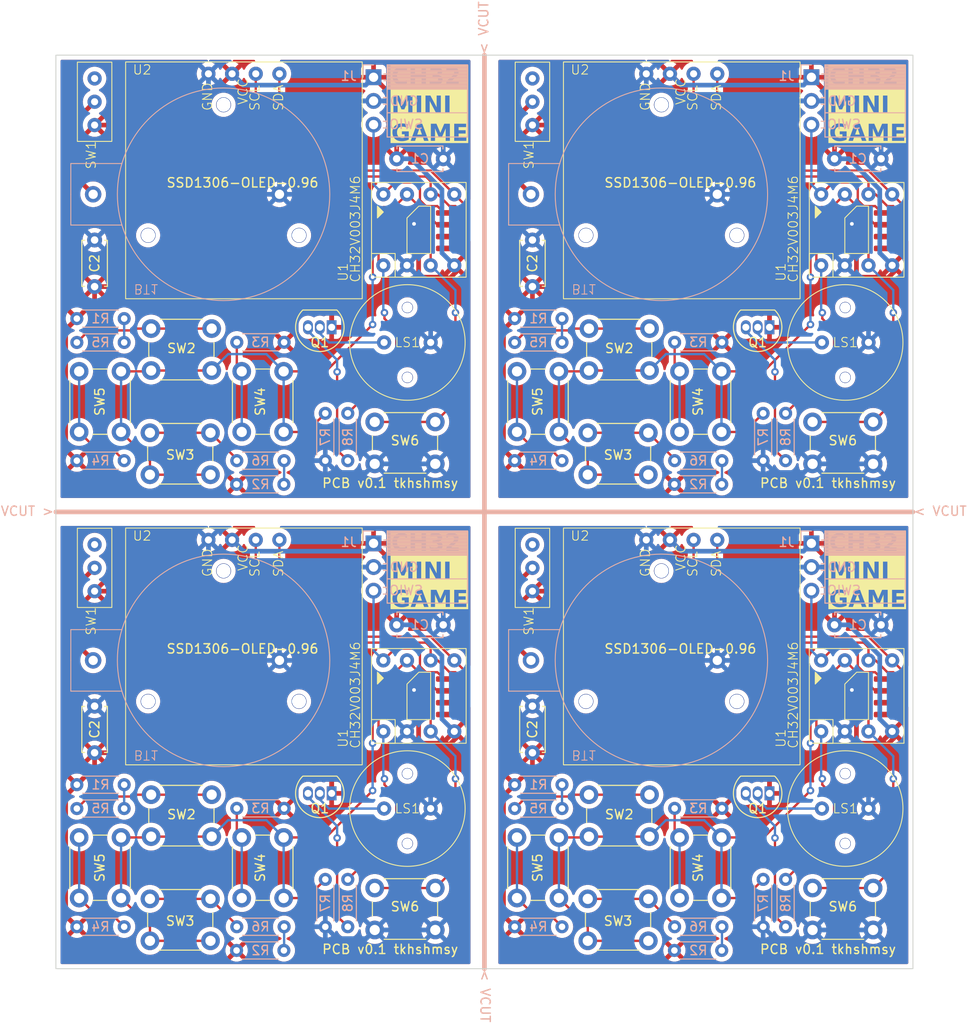
<source format=kicad_pcb>
(kicad_pcb (version 20221018) (generator pcbnew)
  (layers (0 "F.Cu" signal) (31 "B.Cu" signal) (34 "B.Paste" user) (35 "F.Paste" user) (36 "B.SilkS" user "B.Silkscreen") (37 "F.SilkS" user "F.Silkscreen") (38 "B.Mask" user) (39 "F.Mask" user) (44 "Edge.Cuts" user))
  (net 0 "")
  (net 1 "GND")
  (net 2 "VCC")
  (net 3 "/SWIO")
  (net 4 "Net-(Q1-C)")
  (net 5 "Net-(Q1-B)")
  (net 6 "Net-(R1-Pad2)")
  (net 7 "Net-(R2-Pad2)")
  (net 8 "/RIGHT")
  (net 9 "/LEFT")
  (net 10 "/UP")
  (net 11 "/DOWN")
  (net 12 "/PAD")
  (net 13 "/BEEP")
  (net 15 "/ACT")
  (net 16 "/SDA")
  (net 17 "/SCL")
  (net 18 "+BATT")
  (footprint "Button_Switch_THT:SW_PUSH_6mm_H7.3mm" (layer "F.Cu") (at 86.723 99.332)
    (fp_text reference "SW2")
    (fp_text value "SW_Push")
  )
  (footprint "Button_Switch_THT:SW_PUSH_6mm_H7.3mm" (layer "F.Cu") (at 96.45 110.42 90)
    (fp_text reference "SW4")
    (fp_text value "SW_Push")
  )
  (footprint "Package_TO_SOT_THT:TO-92_Inline" (layer "F.Cu") (at 59.102 49.19 180)
    (fp_text reference "Q1")
    (fp_text value "2SA1015")
  )
  (footprint "Button_Switch_THT:SW_PUSH_6mm_H7.3mm" (layer "F.Cu") (at 86.723 49.332)
    (fp_text reference "SW2")
    (fp_text value "SW_Push")
  )
  (footprint "pcb-ch32-minigameconsole:SS-12D00G3" (layer "F.Cu") (at 33.655 75 90)
    (fp_text reference "SW1")
    (fp_text value "SW_SPDT")
  )
  (footprint "pcb-ch32-minigameconsole:OLED-0.96" (layer "F.Cu") (at 83.985 20.73)
    (fp_text reference "U2")
    (fp_text value "~")
  )
  (footprint "pcb-ch32-minigameconsole:OLED-0.96" (layer "F.Cu") (at 36.985 20.73)
    (fp_text reference "U2")
    (fp_text value "~")
  )
  (footprint "Button_Switch_THT:SW_PUSH_6mm_H7.3mm" (layer "F.Cu") (at 39.723 49.332)
    (fp_text reference "SW2")
    (fp_text value "SW_Push")
  )
  (footprint "pcb-ch32-minigameconsole:SS-12D00G3" (layer "F.Cu") (at 33.655 25 90)
    (fp_text reference "SW1")
    (fp_text value "SW_SPDT")
  )
  (footprint "Button_Switch_THT:SW_PUSH_6mm_H7.3mm" (layer "F.Cu") (at 110.726 59.345)
    (fp_text reference "SW6")
    (fp_text value "SW_Push")
  )
  (footprint "pcb-ch32-minigameconsole:PKM13EPYH4000-A0" (layer "F.Cu") (at 67.23 50.82)
    (fp_text reference "LS1")
    (fp_text value "Speaker")
  )
  (footprint "pcb-ch32-minigameconsole:CH32V003J4M6-Dual" (layer "F.Cu") (at 111.649 42.545 90)
    (fp_text reference "U1")
    (fp_text value "~" hide)
  )
  (footprint "Button_Switch_THT:SW_PUSH_6mm_H7.3mm" (layer "F.Cu") (at 39.723 99.332)
    (fp_text reference "SW2")
    (fp_text value "SW_Push")
  )
  (footprint "pcb-ch32-minigameconsole:CH32V003J4M6-Dual" (layer "F.Cu") (at 111.649 92.545 90)
    (fp_text reference "U1")
    (fp_text value "~" hide)
  )
  (footprint "Button_Switch_THT:SW_PUSH_6mm_H7.3mm" (layer "F.Cu") (at 86.596 110.508)
    (fp_text reference "SW3")
    (fp_text value "SW_Push")
  )
  (footprint "Button_Switch_THT:SW_PUSH_6mm_H7.3mm" (layer "F.Cu") (at 39.596 110.508)
    (fp_text reference "SW3")
    (fp_text value "SW_Push")
  )
  (footprint "Button_Switch_THT:SW_PUSH_6mm_H7.3mm" (layer "F.Cu") (at 86.596 60.508)
    (fp_text reference "SW3")
    (fp_text value "SW_Push")
  )
  (footprint "Button_Switch_THT:SW_PUSH_6mm_H7.3mm" (layer "F.Cu") (at 49.45 110.42 90)
    (fp_text reference "SW4")
    (fp_text value "SW_Push")
  )
  (footprint "Capacitor_THT:C_Disc_D4.7mm_W2.5mm_P5.00mm" (layer "F.Cu") (at 80.655 94.831 90)
    (fp_text reference "C2")
    (fp_text value "10u")
  )
  (footprint "Package_TO_SOT_THT:TO-92_Inline" (layer "F.Cu") (at 106.102 49.19 180)
    (fp_text reference "Q1")
    (fp_text value "2SA1015")
  )
  (footprint "Capacitor_THT:C_Disc_D4.7mm_W2.5mm_P5.00mm" (layer "F.Cu") (at 80.655 44.831 90)
    (fp_text reference "C2")
    (fp_text value "10u")
  )
  (footprint "pcb-ch32-minigameconsole:PKM13EPYH4000-A0" (layer "F.Cu") (at 114.23 100.82)
    (fp_text reference "LS1")
    (fp_text value "Speaker")
  )
  (footprint "pcb-ch32-minigameconsole:OLED-0.96" (layer "F.Cu") (at 36.985 70.73)
    (fp_text reference "U2")
    (fp_text value "~")
  )
  (footprint "Button_Switch_THT:SW_PUSH_6mm_H7.3mm" (layer "F.Cu") (at 78.996 60.42 90)
    (fp_text reference "SW5")
    (fp_text value "SW_Push")
  )
  (footprint "Button_Switch_THT:SW_PUSH_6mm_H7.3mm" (layer "F.Cu") (at 110.726 109.345)
    (fp_text reference "SW6")
    (fp_text value "SW_Push")
  )
  (footprint "Package_TO_SOT_THT:TO-92_Inline" (layer "F.Cu") (at 106.102 99.19 180)
    (fp_text reference "Q1")
    (fp_text value "2SA1015")
  )
  (footprint "Package_TO_SOT_THT:TO-92_Inline" (layer "F.Cu") (at 59.102 99.19 180)
    (fp_text reference "Q1")
    (fp_text value "2SA1015")
  )
  (footprint "pcb-ch32-minigameconsole:SS-12D00G3" (layer "F.Cu") (at 80.655 75 90)
    (fp_text reference "SW1")
    (fp_text value "SW_SPDT")
  )
  (footprint "pcb-ch32-minigameconsole:SS-12D00G3" (layer "F.Cu") (at 80.655 25 90)
    (fp_text reference "SW1")
    (fp_text value "SW_SPDT")
  )
  (footprint "Button_Switch_THT:SW_PUSH_6mm_H7.3mm" (layer "F.Cu") (at 96.45 60.42 90)
    (fp_text reference "SW4")
    (fp_text value "SW_Push")
  )
  (footprint "Button_Switch_THT:SW_PUSH_6mm_H7.3mm" (layer "F.Cu") (at 39.596 60.508)
    (fp_text reference "SW3")
    (fp_text value "SW_Push")
  )
  (footprint "pcb-ch32-minigameconsole:OLED-0.96" (layer "F.Cu") (at 83.985 70.73)
    (fp_text reference "U2")
    (fp_text value "~")
  )
  (footprint "Button_Switch_THT:SW_PUSH_6mm_H7.3mm" (layer "F.Cu") (at 49.45 60.42 90)
    (fp_text reference "SW4")
    (fp_text value "SW_Push")
  )
  (footprint "pcb-ch32-minigameconsole:PKM13EPYH4000-A0" (layer "F.Cu") (at 114.23 50.82)
    (fp_text reference "LS1")
    (fp_text value "Speaker")
  )
  (footprint "Button_Switch_THT:SW_PUSH_6mm_H7.3mm" (layer "F.Cu") (at 63.726 109.345)
    (fp_text reference "SW6")
    (fp_text value "SW_Push")
  )
  (footprint "Button_Switch_THT:SW_PUSH_6mm_H7.3mm" (layer "F.Cu") (at 31.996 110.42 90)
    (fp_text reference "SW5")
    (fp_text value "SW_Push")
  )
  (footprint "Button_Switch_THT:SW_PUSH_6mm_H7.3mm" (layer "F.Cu") (at 78.996 110.42 90)
    (fp_text reference "SW5")
    (fp_text value "SW_Push")
  )
  (footprint "pcb-ch32-minigameconsole:CH32V003J4M6-Dual" (layer "F.Cu") (at 64.649 92.545 90)
    (fp_text reference "U1")
    (fp_text value "~" hide)
  )
  (footprint "Button_Switch_THT:SW_PUSH_6mm_H7.3mm" (layer "F.Cu") (at 63.726 59.345)
    (fp_text reference "SW6")
    (fp_text value "SW_Push")
  )
  (footprint "pcb-ch32-minigameconsole:CH32V003J4M6-Dual" (layer "F.Cu") (at 64.649 42.545 90)
    (fp_text reference "U1")
    (fp_text value "~" hide)
  )
  (footprint "Button_Switch_THT:SW_PUSH_6mm_H7.3mm" (layer "F.Cu") (at 31.996 60.42 90)
    (fp_text reference "SW5")
    (fp_text value "SW_Push")
  )
  (footprint "pcb-ch32-minigameconsole:PKM13EPYH4000-A0" (layer "F.Cu") (at 67.23 100.82)
    (fp_text reference "LS1")
    (fp_text value "Speaker")
  )
  (footprint "Capacitor_THT:C_Disc_D4.7mm_W2.5mm_P5.00mm" (layer "F.Cu") (at 33.655 44.831 90)
    (fp_text reference "C2")
    (fp_text value "10u")
  )
  (footprint "Capacitor_THT:C_Disc_D4.7mm_W2.5mm_P5.00mm" (layer "F.Cu") (at 33.655 94.831 90)
    (fp_text reference "C2")
    (fp_text value "10u")
  )
  (footprint "Resistor_THT:R_Axial_DIN0204_L3.6mm_D1.6mm_P5.08mm_Horizontal" (layer "B.Cu") (at 36.83 100.82 180)
    (fp_text reference "R5")
    (fp_text value "0")
  )
  (footprint "Resistor_THT:R_Axial_DIN0204_L3.6mm_D1.6mm_P5.08mm_Horizontal" (layer "B.Cu") (at 83.83 50.82 180)
    (fp_text reference "R5")
    (fp_text value "0")
  )
  (footprint "Resistor_THT:R_Axial_DIN0204_L3.6mm_D1.6mm_P5.08mm_Horizontal" (layer "B.Cu") (at 107.833 108.42 -90)
    (fp_text reference "R8")
    (fp_text value "1k")
  )
  (footprint "Resistor_THT:R_Axial_DIN0204_L3.6mm_D1.6mm_P5.08mm_Horizontal" (layer "B.Cu") (at 54 100.8 180)
    (fp_text reference "R3")
    (fp_text value "20k")
  )
  (footprint "Resistor_THT:R_Axial_DIN0204_L3.6mm_D1.6mm_P5.08mm_Horizontal" (layer "B.Cu") (at 31.75 63.5)
    (fp_text reference "R4")
    (fp_text value "2k")
  )
  (footprint "Capacitor_THT:C_Disc_D4.7mm_W2.5mm_P5.00mm" (layer "B.Cu") (at 113.08 81.115)
    (fp_text reference "C1")
    (fp_text value "0.1u")
  )
  (footprint "Resistor_THT:R_Axial_DIN0204_L3.6mm_D1.6mm_P5.08mm_Horizontal" (layer "B.Cu") (at 48.895 66.04)
    (fp_text reference "R2")
    (fp_text value "3k9")
  )
  (footprint "Connector_PinSocket_2.54mm:PinSocket_1x03_P2.54mm_Horizontal" (layer "B.Cu") (at 110.6 72.372 180)
    (fp_text reference "J1")
    (fp_text value "Conn_01x03")
  )
  (footprint "Connector_PinSocket_2.54mm:PinSocket_1x03_P2.54mm_Horizontal" (layer "B.Cu") (at 63.6 22.372 180)
    (fp_text reference "J1")
    (fp_text value "Conn_01x03")
  )
  (footprint "Resistor_THT:R_Axial_DIN0204_L3.6mm_D1.6mm_P5.08mm_Horizontal" (layer "B.Cu") (at 101 100.8 180)
    (fp_text reference "R3")
    (fp_text value "20k")
  )
  (footprint "Resistor_THT:R_Axial_DIN0204_L3.6mm_D1.6mm_P5.08mm_Horizontal" (layer "B.Cu") (at 95.895 116.04)
    (fp_text reference "R2")
    (fp_text value "3k9")
  )
  (footprint "Connector_PinSocket_2.54mm:PinSocket_1x03_P2.54mm_Horizontal" (layer "B.Cu") (at 63.6 72.372 180)
    (fp_text reference "J1")
    (fp_text value "Conn_01x03")
  )
  (footprint "Resistor_THT:R_Axial_DIN0204_L3.6mm_D1.6mm_P5.08mm_Horizontal" (layer "B.Cu") (at 31.75 113.5)
    (fp_text reference "R4")
    (fp_text value "2k")
  )
  (footprint "Resistor_THT:R_Axial_DIN0204_L3.6mm_D1.6mm_P5.08mm_Horizontal" (layer "B.Cu") (at 31.75 98.26)
    (fp_text reference "R1")
    (fp_text value "8k2")
  )
  (footprint "Resistor_THT:R_Axial_DIN0204_L3.6mm_D1.6mm_P5.08mm_Horizontal" (layer "B.Cu") (at 54 113.5 180)
    (fp_text reference "R6")
    (fp_text value "0")
  )
  (footprint "Resistor_THT:R_Axial_DIN0204_L3.6mm_D1.6mm_P5.08mm_Horizontal" (layer "B.Cu") (at 48.895 116.04)
    (fp_text reference "R2")
    (fp_text value "3k9")
  )
  (footprint "Resistor_THT:R_Axial_DIN0204_L3.6mm_D1.6mm_P5.08mm_Horizontal" (layer "B.Cu") (at 95.895 66.04)
    (fp_text reference "R2")
    (fp_text value "3k9")
  )
  (footprint "Resistor_THT:R_Axial_DIN0204_L3.6mm_D1.6mm_P5.08mm_Horizontal" (layer "B.Cu") (at 36.83 50.82 180)
    (fp_text reference "R5")
    (fp_text value "0")
  )
  (footprint "pcb-ch32-minigameconsole:CH25-2032LF" (layer "B.Cu") (at 80.5 34.925)
    (fp_text reference "BT1")
    (fp_text value "Battery")
  )
  (footprint "pcb-ch32-minigameconsole:CH25-2032LF" (layer "B.Cu") (at 33.5 34.925)
    (fp_text reference "BT1")
    (fp_text value "Battery")
  )
  (footprint "Resistor_THT:R_Axial_DIN0204_L3.6mm_D1.6mm_P5.08mm_Horizontal" (layer "B.Cu") (at 107.833 58.42 -90)
    (fp_text reference "R8")
    (fp_text value "1k")
  )
  (footprint "Resistor_THT:R_Axial_DIN0204_L3.6mm_D1.6mm_P5.08mm_Horizontal" (layer "B.Cu") (at 60.833 108.42 -90)
    (fp_text reference "R8")
    (fp_text value "1k")
  )
  (footprint "Resistor_THT:R_Axial_DIN0204_L3.6mm_D1.6mm_P5.08mm_Horizontal" (layer "B.Cu") (at 78.75 48.26)
    (fp_text reference "R1")
    (fp_text value "8k2")
  )
  (footprint "Resistor_THT:R_Axial_DIN0204_L3.6mm_D1.6mm_P5.08mm_Horizontal" (layer "B.Cu") (at 31.75 48.26)
    (fp_text reference "R1")
    (fp_text value "8k2")
  )
  (footprint "Resistor_THT:R_Axial_DIN0204_L3.6mm_D1.6mm_P5.08mm_Horizontal" (layer "B.Cu") (at 58.42 108.42 -90)
    (fp_text reference "R7")
    (fp_text value "2k")
  )
  (footprint "Resistor_THT:R_Axial_DIN0204_L3.6mm_D1.6mm_P5.08mm_Horizontal" (layer "B.Cu") (at 54 50.8 180)
    (fp_text reference "R3")
    (fp_text value "20k")
  )
  (footprint "Resistor_THT:R_Axial_DIN0204_L3.6mm_D1.6mm_P5.08mm_Horizontal" (layer "B.Cu") (at 58.42 58.42 -90)
    (fp_text reference "R7")
    (fp_text value "2k")
  )
  (footprint "Resistor_THT:R_Axial_DIN0204_L3.6mm_D1.6mm_P5.08mm_Horizontal" (layer "B.Cu") (at 101 50.8 180)
    (fp_text reference "R3")
    (fp_text value "20k")
  )
  (footprint "Capacitor_THT:C_Disc_D4.7mm_W2.5mm_P5.00mm" (layer "B.Cu") (at 66.08 81.115)
    (fp_text reference "C1")
    (fp_text value "0.1u")
  )
  (footprint "Resistor_THT:R_Axial_DIN0204_L3.6mm_D1.6mm_P5.08mm_Horizontal" (layer "B.Cu") (at 54 63.5 180)
    (fp_text reference "R6")
    (fp_text value "0")
  )
  (footprint "Resistor_THT:R_Axial_DIN0204_L3.6mm_D1.6mm_P5.08mm_Horizontal" (layer "B.Cu") (at 101 63.5 180)
    (fp_text reference "R6")
    (fp_text value "0")
  )
  (footprint "Capacitor_THT:C_Disc_D4.7mm_W2.5mm_P5.00mm" (layer "B.Cu") (at 113.08 31.115)
    (fp_text reference "C1")
    (fp_text value "0.1u")
  )
  (footprint "Resistor_THT:R_Axial_DIN0204_L3.6mm_D1.6mm_P5.08mm_Horizontal" (layer "B.Cu") (at 105.42 108.42 -90)
    (fp_text reference "R7")
    (fp_text value "2k")
  )
  (footprint "Resistor_THT:R_Axial_DIN0204_L3.6mm_D1.6mm_P5.08mm_Horizontal" (layer "B.Cu") (at 78.75 98.26)
    (fp_text reference "R1")
    (fp_text value "8k2")
  )
  (footprint "Capacitor_THT:C_Disc_D4.7mm_W2.5mm_P5.00mm" (layer "B.Cu") (at 66.08 31.115)
    (fp_text reference "C1")
    (fp_text value "0.1u")
  )
  (footprint "Resistor_THT:R_Axial_DIN0204_L3.6mm_D1.6mm_P5.08mm_Horizontal" (layer "B.Cu") (at 78.75 113.5)
    (fp_text reference "R4")
    (fp_text value "2k")
  )
  (footprint "Resistor_THT:R_Axial_DIN0204_L3.6mm_D1.6mm_P5.08mm_Horizontal" (layer "B.Cu") (at 83.83 100.82 180)
    (fp_text reference "R5")
    (fp_text value "0")
  )
  (footprint "Resistor_THT:R_Axial_DIN0204_L3.6mm_D1.6mm_P5.08mm_Horizontal" (layer "B.Cu") (at 60.833 58.42 -90)
    (fp_text reference "R8")
    (fp_text value "1k")
  )
  (footprint "Resistor_THT:R_Axial_DIN0204_L3.6mm_D1.6mm_P5.08mm_Horizontal" (layer "B.Cu") (at 78.75 63.5)
    (fp_text reference "R4")
    (fp_text value "2k")
  )
  (footprint "Resistor_THT:R_Axial_DIN0204_L3.6mm_D1.6mm_P5.08mm_Horizontal" (layer "B.Cu") (at 101 113.5 180)
    (fp_text reference "R6")
    (fp_text value "0")
  )
  (footprint "Resistor_THT:R_Axial_DIN0204_L3.6mm_D1.6mm_P5.08mm_Horizontal" (layer "B.Cu") (at 105.42 58.42 -90)
    (fp_text reference "R7")
    (fp_text value "2k")
  )
  (footprint "pcb-ch32-minigameconsole:CH25-2032LF" (layer "B.Cu") (at 33.5 84.925)
    (fp_text reference "BT1")
    (fp_text value "Battery")
  )
  (footprint "pcb-ch32-minigameconsole:CH25-2032LF" (layer "B.Cu") (at 80.5 84.925)
    (fp_text reference "BT1")
    (fp_text value "Battery")
  )
  (footprint "Connector_PinSocket_2.54mm:PinSocket_1x03_P2.54mm_Horizontal" (layer "B.Cu") (at 110.6 22.372 180)
    (fp_text reference "J1")
    (fp_text value "Conn_01x03")
  )
  (gr_line (start 75.5 20) (end 75.5 118) (stroke (width 0.5)) (layer "B.SilkS"))
  (gr_line (start 29.5 69) (end 121.5 69) (stroke (width 0.5)) (layer "B.SilkS"))
  (gr_rect (start 29.5 20) (end 121.5 118) (stroke (width 0.1)) (fill none) (layer "Edge.Cuts"))
  (gr_text "VCUT >" (at 23.5 69.5) (layer "B.SilkS") (effects (font (size 1 1)) (justify left bottom)))
  (gr_text "GND\n" (at 68.5 75.5) (layer "B.SilkS") (effects (font (size 1 1)) (justify left bottom mirror)))
  (gr_text "< VCUT" (at 75 118 -90) (layer "B.SilkS") (effects (font (size 1 1)) (justify left bottom)))
  (gr_text "< VCUT" (at 76 20 90) (layer "B.SilkS") (effects (font (size 1 1)) (justify left bottom)))
  (gr_text "SWIO" (at 116 78) (layer "B.SilkS") (effects (font (size 1 1)) (justify left bottom mirror)))
  (gr_text "SWIO" (at 69 78) (layer "B.SilkS") (effects (font (size 1 1)) (justify left bottom mirror)))
  (gr_text "SWIO" (at 116 28) (layer "B.SilkS") (effects (font (size 1 1)) (justify left bottom mirror)))
  (gr_text "< VCUT" (at 121.5 69.5) (layer "B.SilkS") (effects (font (size 1 1)) (justify left bottom)))
  (gr_text "GND\n" (at 115.5 25.5) (layer "B.SilkS") (effects (font (size 1 1)) (justify left bottom mirror)))
  (gr_text "GND\n" (at 115.5 75.5) (layer "B.SilkS") (effects (font (size 1 1)) (justify left bottom mirror)))
  (gr_text "GND\n" (at 68.5 25.5) (layer "B.SilkS") (effects (font (size 1 1)) (justify left bottom mirror)))
  (gr_text "SWIO" (at 69 28) (layer "B.SilkS") (effects (font (size 1 1)) (justify left bottom mirror)))
  (gr_text "PCB v0.1 tkhshmsy" (at 105 66.5) (layer "F.SilkS") (effects (font (size 1 1)) (justify left bottom)))
  (gr_text "CH32\nMINI\nGAME\n" (at 112.5 29.5) (layer "F.SilkS" knockout) (effects (font (size 1.8 1.8) (thickness 0.4) bold) (justify left bottom)))
  (gr_text "PCB v0.1 tkhshmsy" (at 105 116.5) (layer "F.SilkS") (effects (font (size 1 1)) (justify left bottom)))
  (gr_text "PCB v0.1 tkhshmsy" (at 58 66.5) (layer "F.SilkS") (effects (font (size 1 1)) (justify left bottom)))
  (gr_text "CH32\nMINI\nGAME\n" (at 65.5 79.5) (layer "F.SilkS" knockout) (effects (font (size 1.8 1.8) (thickness 0.4) bold) (justify left bottom)))
  (gr_text "PCB v0.1 tkhshmsy" (at 58 116.5) (layer "F.SilkS") (effects (font (size 1 1)) (justify left bottom)))
  (gr_text "CH32\nMINI\nGAME\n" (at 65.5 29.5) (layer "F.SilkS" knockout) (effects (font (size 1.8 1.8) (thickness 0.4) bold) (justify left bottom)))
  (gr_text "CH32\nMINI\nGAME\n" (at 112.5 79.5) (layer "F.SilkS" knockout) (effects (font (size 1.8 1.8) (thickness 0.4) bold) (justify left bottom)))
  (segment (start 114.851 38.194) (end 114.945 38.1) (width 0.5) (layer "F.Cu") (net 1))
  (segment (start 114.851 88.194) (end 114.945 88.1) (width 0.5) (layer "F.Cu") (net 1))
  (segment (start 67.851 88.194) (end 67.945 88.1) (width 0.5) (layer "F.Cu") (net 1))
  (segment (start 113.028 38.194) (end 114.851 38.194) (width 0.5) (layer "F.Cu") (net 1))
  (segment (start 113.028 88.194) (end 114.851 88.194) (width 0.5) (layer "F.Cu") (net 1))
  (segment (start 66.028 88.194) (end 67.851 88.194) (width 0.5) (layer "F.Cu") (net 1))
  (segment (start 67.851 38.194) (end 67.945 38.1) (width 0.5) (layer "F.Cu") (net 1))
  (segment (start 66.028 38.194) (end 67.851 38.194) (width 0.5) (layer "F.Cu") (net 1))
  (via (at 114.945 88.1) (size 0.8) (drill 0.4) (layers "F.Cu" "B.Cu") (net 1))
  (via (at 67.945 88.1) (size 0.8) (drill 0.4) (layers "F.Cu" "B.Cu") (net 1))
  (via (at 114.945 38.1) (size 0.8) (drill 0.4) (layers "F.Cu" "B.Cu") (net 1))
  (via (at 67.945 38.1) (size 0.8) (drill 0.4) (layers "F.Cu" "B.Cu") (net 1))
  (segment (start 116.73 45.086) (end 116.73 50.82) (width 0.5) (layer "B.Cu") (net 1))
  (segment (start 53.5 84.925) (end 59.569 84.925) (width 0.5) (layer "B.Cu") (net 1))
  (segment (start 45.875 31.905) (end 48.895 34.925) (width 0.5) (layer "B.Cu") (net 1))
  (segment (start 80.655 39.831) (end 85.561 34.925) (width 0.5) (layer "B.Cu") (net 1))
  (segment (start 118.08 77.265) (end 118.08 81.115) (width 0.5) (layer "B.Cu") (net 1))
  (segment (start 106.569 84.925) (end 114.189 92.545) (width 0.5) (layer "B.Cu") (net 1))
  (segment (start 110.6 24.912) (end 115.727 24.912) (width 0.5) (layer "B.Cu") (net 1))
  (segment (start 71.08 77.265) (end 71.08 81.115) (width 0.5) (layer "B.Cu") (net 1))
  (segment (start 67.945 88.1) (end 67.945 91.789) (width 0.5) (layer "B.Cu") (net 1))
  (segment (start 115.727 74.912) (end 118.08 77.265) (width 0.5) (layer "B.Cu") (net 1))
  (segment (start 73.025 104.115) (end 73.025 111.046) (width 0.5) (layer "B.Cu") (net 1))
  (segment (start 114.945 91.789) (end 114.189 92.545) (width 0.5) (layer "B.Cu") (net 1))
  (segment (start 105.42 63.5) (end 106.69 64.77) (width 0.5) (layer "B.Cu") (net 1))
  (segment (start 110.381 113.5) (end 110.726 113.845) (width 0.5) (layer "B.Cu") (net 1))
  (segment (start 59.569 84.925) (end 67.189 92.545) (width 0.5) (layer "B.Cu") (net 1))
  (segment (start 116.73 100.82) (end 120.025 104.115) (width 0.5) (layer "B.Cu") (net 1))
  (segment (start 114.945 38.1) (end 114.945 41.789) (width 0.5) (layer "B.Cu") (net 1))
  (segment (start 106.569 34.925) (end 114.189 42.545) (width 0.5) (layer "B.Cu") (net 1))
  (segment (start 95.895 34.925) (end 100.5 34.925) (width 0.5) (layer "B.Cu") (net 1))
  (segment (start 63.6 74.912) (end 55.098 74.912) (width 0.5) (layer "B.Cu") (net 1))
  (segment (start 63.6 24.912) (end 68.727 24.912) (width 0.5) (layer "B.Cu") (net 1))
  (segment (start 67.189 92.545) (end 69.73 95.086) (width 0.5) (layer "B.Cu") (net 1))
  (segment (start 33.655 89.831) (end 38.561 84.925) (width 0.5) (layer "B.Cu") (net 1))
  (segment (start 62.801 114.77) (end 63.726 113.845) (width 0.5) (layer "B.Cu") (net 1))
  (segment (start 114.189 42.545) (end 116.73 45.086) (width 0.5) (layer "B.Cu") (net 1))
  (segment (start 67.945 38.1) (end 67.945 41.789) (width 0.5) (layer "B.Cu") (net 1))
  (segment (start 110.6 24.912) (end 102.098 24.912) (width 0.5) (layer "B.Cu") (net 1))
  (segment (start 110.381 63.5) (end 110.726 63.845) (width 0.5) (layer "B.Cu") (net 1))
  (segment (start 63.381 63.5) (end 63.726 63.845) (width 0.5) (layer "B.Cu") (net 1))
  (segment (start 100.5 26.51) (end 100.5 34.925) (width 0.5) (layer "B.Cu") (net 1))
  (segment (start 48.895 34.925) (end 53.5 34.925) (width 0.5) (layer "B.Cu") (net 1))
  (segment (start 73.025 61.046) (end 70.226 63.845) (width 0.5) (layer "B.Cu") (net 1))
  (segment (start 120.025 61.046) (end 117.226 63.845) (width 0.5) (layer "B.Cu") (net 1))
  (segment (start 69.73 100.82) (end 73.025 104.115) (width 0.5) (layer "B.Cu") (net 1))
  (segment (start 117.226 63.845) (end 110.726 63.845) (width 0.5) (layer "B.Cu") (net 1))
  (segment (start 106.69 64.77) (end 109.801 64.77) (width 0.5) (layer "B.Cu") (net 1))
  (segment (start 95.895 84.925) (end 100.5 84.925) (width 0.5) (layer "B.Cu") (net 1))
  (segment (start 63.6 74.912) (end 68.727 74.912) (width 0.5) (layer "B.Cu") (net 1))
  (segment (start 109.801 114.77) (end 110.726 113.845) (width 0.5) (layer "B.Cu") (net 1))
  (segment (start 45.875 72) (end 45.875 81.905) (width 0.5) (layer "B.Cu") (net 1))
  (segment (start 53.5 26.51) (end 53.5 34.925) (width 0.5) (layer "B.Cu") (net 1))
  (segment (start 100.5 34.925) (end 106.569 34.925) (width 0.5) (layer "B.Cu") (net 1))
  (segment (start 73.025 54.115) (end 73.025 61.046) (width 0.5) (layer "B.Cu") (net 1))
  (segment (start 92.875 22) (end 92.875 31.905) (width 0.5) (layer "B.Cu") (net 1))
  (segment (start 38.561 84.925) (end 48.895 84.925) (width 0.5) (layer "B.Cu") (net 1))
  (segment (start 68.727 74.912) (end 71.08 77.265) (width 0.5) (layer "B.Cu") (net 1))
  (segment (start 73.025 111.046) (end 70.226 113.845) (width 0.5) (layer "B.Cu") (net 1))
  (segment (start 120.025 104.115) (end 120.025 111.046) (width 0.5) (layer "B.Cu") (net 1))
  (segment (start 105.42 113.5) (end 106.69 114.77) (width 0.5) (layer "B.Cu") (net 1))
  (segment (start 58.42 113.5) (end 59.69 114.77) (width 0.5) (layer "B.Cu") (net 1))
  (segment (start 67.945 91.789) (end 67.189 92.545) (width 0.5) (layer "B.Cu") (net 1))
  (segment (start 48.895 84.925) (end 53.5 84.925) (width 0.5) (layer "B.Cu") (net 1))
  (segment (start 85.561 34.925) (end 95.895 34.925) (width 0.5) (layer "B.Cu") (net 1))
  (segment (start 71.08 27.265) (end 71.08 31.115) (width 0.5) (layer "B.Cu") (net 1))
  (segment (start 114.945 88.1) (end 114.945 91.789) (width 0.5) (layer "B.Cu") (net 1))
  (segment (start 114.945 41.789) (end 114.189 42.545) (width 0.5) (layer "B.Cu") (net 1))
  (segment (start 106.69 114.77) (end 109.801 114.77) (width 0.5) (layer "B.Cu") (net 1))
  (segment (start 55.098 74.912) (end 53.5 76.51) (width 0.5) (layer "B.Cu") (net 1))
  (segment (start 70.226 63.845) (end 63.726 63.845) (width 0.5) (layer "B.Cu") (net 1))
  (segment (start 45.875 22) (end 45.875 31.905) (width 0.5) (layer "B.Cu") (net 1))
  (segment (start 102.098 24.912) (end 100.5 26.51) (width 0.5) (layer "B.Cu") (net 1))
  (segment (start 116.73 95.086) (end 116.73 100.82) (width 0.5) (layer "B.Cu") (net 1))
  (segment (start 63.381 113.5) (end 63.726 113.845) (width 0.5) (layer "B.Cu") (net 1))
  (segment (start 33.655 39.831) (end 38.561 34.925) (width 0.5) (layer "B.Cu") (net 1))
  (segment (start 120.025 111.046) (end 117.226 113.845) (width 0.5) (layer "B.Cu") (net 1))
  (segment (start 80.655 89.831) (end 85.561 84.925) (width 0.5) (layer "B.Cu") (net 1))
  (segment (start 67.189 42.545) (end 69.73 45.086) (width 0.5) (layer "B.Cu") (net 1))
  (segment (start 68.727 24.912) (end 71.08 27.265) (width 0.5) (layer "B.Cu") (net 1))
  (segment (start 58.42 63.5) (end 59.69 64.77) (width 0.5) (layer "B.Cu") (net 1))
  (segment (start 100.5 84.925) (end 106.569 84.925) (width 0.5) (layer "B.Cu") (net 1))
  (segment (start 110.6 74.912) (end 115.727 74.912) (width 0.5) (layer "B.Cu") (net 1))
  (segment (start 69.73 50.82) (end 73.025 54.115) (width 0.5) (layer "B.Cu") (net 1))
  (segment (start 114.189 92.545) (end 116.73 95.086) (width 0.5) (layer "B.Cu") (net 1))
  (segment (start 117.226 113.845) (end 110.726 113.845) (width 0.5) (layer "B.Cu") (net 1))
  (segment (start 53.5 76.51) (end 53.5 84.925) (width 0.5) (layer "B.Cu") (net 1))
  (segment (start 62.801 64.77) (end 63.726 63.845) (width 0.5) (layer "B.Cu") (net 1))
  (segment (start 100.5 76.51) (end 100.5 84.925) (width 0.5) (layer "B.Cu") (net 1))
  (segment (start 120.025 54.115) (end 120.025 61.046) (width 0.5) (layer "B.Cu") (net 1))
  (segment (start 116.73 50.82) (end 120.025 54.115) (width 0.5) (layer "B.Cu") (net 1))
  (segment (start 45.875 81.905) (end 48.895 84.925) (width 0.5) (layer "B.Cu") (net 1))
  (segment (start 63.6 24.912) (end 55.098 24.912) (width 0.5) (layer "B.Cu") (net 1))
  (segment (start 92.875 72) (end 92.875 81.905) (width 0.5) (layer "B.Cu") (net 1))
  (segment (start 59.69 64.77) (end 62.801 64.77) (width 0.5) (layer "B.Cu") (net 1))
  (segment (start 109.801 64.77) (end 110.726 63.845) (width 0.5) (layer "B.Cu") (net 1))
  (segment (start 115.727 24.912) (end 118.08 27.265) (width 0.5) (layer "B.Cu") (net 1))
  (segment (start 69.73 45.086) (end 69.73 50.82) (width 0.5) (layer "B.Cu") (net 1))
  (segment (start 59.569 34.925) (end 67.189 42.545) (width 0.5) (layer "B.Cu") (net 1))
  (segment (start 85.561 84.925) (end 95.895 84.925) (width 0.5) (layer "B.Cu") (net 1))
  (segment (start 59.69 114.77) (end 62.801 114.77) (width 0.5) (layer "B.Cu") (net 1))
  (segment (start 70.226 113.845) (end 63.726 113.845) (width 0.5) (layer "B.Cu") (net 1))
  (segment (start 67.945 41.789) (end 67.189 42.545) (width 0.5) (layer "B.Cu") (net 1))
  (segment (start 55.098 24.912) (end 53.5 26.51) (width 0.5) (layer "B.Cu") (net 1))
  (segment (start 110.6 74.912) (end 102.098 74.912) (width 0.5) (layer "B.Cu") (net 1))
  (segment (start 53.5 34.925) (end 59.569 34.925) (width 0.5) (layer "B.Cu") (net 1))
  (segment (start 102.098 74.912) (end 100.5 76.51) (width 0.5) (layer "B.Cu") (net 1))
  (segment (start 92.875 31.905) (end 95.895 34.925) (width 0.5) (layer "B.Cu") (net 1))
  (segment (start 69.73 95.086) (end 69.73 100.82) (width 0.5) (layer "B.Cu") (net 1))
  (segment (start 38.561 34.925) (end 48.895 34.925) (width 0.5) (layer "B.Cu") (net 1))
  (segment (start 118.08 27.265) (end 118.08 31.115) (width 0.5) (layer "B.Cu") (net 1))
  (segment (start 92.875 81.905) (end 95.895 84.925) (width 0.5) (layer "B.Cu") (net 1))
  (segment (start 66.028 40.734) (end 65.977 40.785) (width 0.5) (layer "F.Cu") (net 2))
  (segment (start 63.6 22.372) (end 66.08 24.852) (width 0.5) (layer "F.Cu") (net 2))
  (segment (start 118.830909 43.890909) (end 119.449 43.272818) (width 0.5) (layer "F.Cu") (net 2))
  (segment (start 119.449 43.272818) (end 119.449 42.725) (width 0.5) (layer "F.Cu") (net 2))
  (segment (start 33.655 27.5) (end 35.365 27.5) (width 0.5) (layer "F.Cu") (net 2))
  (segment (start 63.6 72.372) (end 66.08 74.852) (width 0.5) (layer "F.Cu") (net 2))
  (segment (start 110.6 72.372) (end 113.08 74.852) (width 0.5) (layer "F.Cu") (net 2))
  (segment (start 33.655 94.831) (end 48.031 94.831) (width 0.5) (layer "F.Cu") (net 2))
  (segment (start 72.449 92.725) (end 72.269 92.545) (width 0.5) (layer "F.Cu") (net 2))
  (segment (start 66.028 40.734) (end 67.404 40.734) (width 0.5) (layer "F.Cu") (net 2))
  (segment (start 106.102 94.878) (end 106.055 94.831) (width 0.5) (layer "F.Cu") (net 2))
  (segment (start 70.890818 94.831) (end 71.830909 93.890909) (width 0.5) (layer "F.Cu") (net 2))
  (segment (start 95.031 94.831) (end 106.055 94.831) (width 0.5) (layer "F.Cu") (net 2))
  (segment (start 80.655 44.831) (end 95.031 44.831) (width 0.5) (layer "F.Cu") (net 2))
  (segment (start 113.028 90.734) (end 112.977 90.785) (width 0.5) (layer "F.Cu") (net 2))
  (segment (start 82.365 77.5) (end 86.37 73.495) (width 0.5) (layer "F.Cu") (net 2))
  (segment (start 80.655 27.5) (end 82.365 27.5) (width 0.5) (layer "F.Cu") (net 2))
  (segment (start 117.999 93.815) (end 119.269 92.545) (width 0.5) (layer "F.Cu") (net 2))
  (segment (start 30.546 62.296) (end 31.75 63.5) (width 0.5) (layer "F.Cu") (net 2))
  (segment (start 47.879 67.056) (end 48.895 66.04) (width 0.5) (layer "F.Cu") (net 2))
  (segment (start 59.102 49.19) (end 59.102 44.878) (width 0.5) (layer "F.Cu") (net 2))
  (segment (start 115.435828 43.670828) (end 115.58 43.815) (width 0.5) (layer "F.Cu") (net 2))
  (segment (start 59.055 44.831) (end 70.890818 44.831) (width 0.5) (layer "F.Cu") (net 2))
  (segment (start 119.449 93.272818) (end 119.449 92.725) (width 0.5) (layer "F.Cu") (net 2))
  (segment (start 106.102 44.878) (end 106.055 44.831) (width 0.5) (layer "F.Cu") (net 2))
  (segment (start 33.655 46.355) (end 31.75 48.26) (width 0.5) (layer "F.Cu") (net 2))
  (segment (start 59.102 94.878) (end 59.055 94.831) (width 0.5) (layer "F.Cu") (net 2))
  (segment (start 66.028 90.734) (end 65.977 90.785) (width 0.5) (layer "F.Cu") (net 2))
  (segment (start 31.75 113.5) (end 35.306 117.056) (width 0.5) (layer "F.Cu") (net 2))
  (segment (start 71.830909 93.890909) (end 72.449 93.272818) (width 0.5) (layer "F.Cu") (net 2))
  (segment (start 117.890818 94.831) (end 118.830909 93.890909) (width 0.5) (layer "F.Cu") (net 2))
  (segment (start 48.031 94.831) (end 59.055 94.831) (width 0.5) (layer "F.Cu") (net 2))
  (segment (start 80.655 94.831) (end 80.655 96.355) (width 0.5) (layer "F.Cu") (net 2))
  (segment (start 77.546 112.296) (end 78.75 113.5) (width 0.5) (layer "F.Cu") (net 2))
  (segment (start 71.830909 43.890909) (end 72.449 43.272818) (width 0.5) (layer "F.Cu") (net 2))
  (segment (start 80.655 46.355) (end 78.75 48.26) (width 0.5) (layer "F.Cu") (net 2))
  (segment (start 48.031 44.831) (end 59.055 44.831) (width 0.5) (layer "F.Cu") (net 2))
  (segment (start 114.404 90.734) (end 115.435828 91.765828) (width 0.5) (layer "F.Cu") (net 2))
  (segment (start 95.031 44.831) (end 106.055 44.831) (width 0.5) (layer "F.Cu") (net 2))
  (segment (start 94.879 67.056) (end 95.895 66.04) (width 0.5) (layer "F.Cu") (net 2))
  (segment (start 46.92 23.495) (end 48.415 22) (width 0.5) (layer "F.Cu") (net 2))
  (segment (start 80.655 94.831) (end 95.031 94.831) (width 0.5) (layer "F.Cu") (net 2))
  (segment (start 30.546 112.296) (end 31.75 113.5) (width 0.5) (layer "F.Cu") (net 2))
  (segment (start 82.306 67.056) (end 94.879 67.056) (width 0.5) (layer "F.Cu") (net 2))
  (segment (start 31.75 98.26) (end 30.546 99.464) (width 0.5) (layer "F.Cu") (net 2))
  (segment (start 115.58 43.815) (end 117.999 43.815) (width 0.5) (layer "F.Cu") (net 2))
  (segment (start 46.92 73.495) (end 48.415 72) (width 0.5) (layer "F.Cu") (net 2))
  (segment (start 115.435828 41.765828) (end 115.435828 43.670828) (width 0.5) (layer "F.Cu") (net 2))
  (segment (start 113.08 74.852) (end 113.08 81.115) (width 0.5) (layer "F.Cu") (net 2))
  (segment (start 86.37 73.495) (end 93.92 73.495) (width 0.5) (layer "F.Cu") (net 2))
  (segment (start 31.75 48.26) (end 30.546 49.464) (width 0.5) (layer "F.Cu") (net 2))
  (segment (start 80.655 77.5) (end 82.365 77.5) (width 0.5) (layer "F.Cu") (net 2))
  (segment (start 70.999 93.815) (end 72.269 92.545) (width 0.5) (layer "F.Cu") (net 2))
  (segment (start 95.031 94.831) (end 101 100.8) (width 0.5) (layer "F.Cu") (net 2))
  (segment (start 33.655 94.831) (end 33.655 96.355) (width 0.5) (layer "F.Cu") (net 2))
  (segment (start 117.890818 44.831) (end 118.830909 43.890909) (width 0.5) (layer "F.Cu") (net 2))
  (segment (start 82.365 27.5) (end 86.37 23.495) (width 0.5) (layer "F.Cu") (net 2))
  (segment (start 113.028 90.734) (end 114.404 90.734) (width 0.5) (layer "F.Cu") (net 2))
  (segment (start 72.449 43.272818) (end 72.449 42.725) (width 0.5) (layer "F.Cu") (net 2))
  (segment (start 72.449 93.272818) (end 72.449 92.725) (width 0.5) (layer "F.Cu") (net 2))
  (segment (start 113.028 40.734) (end 112.977 40.785) (width 0.5) (layer "F.Cu") (net 2))
  (segment (start 70.999 43.815) (end 72.269 42.545) (width 0.5) (layer "F.Cu") (net 2))
  (segment (start 78.75 113.5) (end 82.306 117.056) (width 0.5) (layer "F.Cu") (net 2))
  (segment (start 35.306 67.056) (end 47.879 67.056) (width 0.5) (layer "F.Cu") (net 2))
  (segment (start 39.37 23.495) (end 46.92 23.495) (width 0.5) (layer "F.Cu") (net 2))
  (segment (start 82.306 117.056) (end 94.879 117.056) (width 0.5) (layer "F.Cu") (net 2))
  (segment (start 113.08 24.852) (end 113.08 31.115) (width 0.5) (layer "F.Cu") (net 2))
  (segment (start 115.435828 93.670828) (end 115.58 93.815) (width 0.5) (layer "F.Cu") (net 2))
  (segment (start 113.028 40.734) (end 114.404 40.734) (width 0.5) (layer "F.Cu") (net 2))
  (segment (start 78.75 98.26) (end 77.546 99.464) (width 0.5) (layer "F.Cu") (net 2))
  (segment (start 30.546 99.464) (end 30.546 112.296) (width 0.5) (layer "F.Cu") (net 2))
  (segment (start 70.890818 44.831) (end 71.830909 43.890909) (width 0.5) (layer "F.Cu") (net 2))
  (segment (start 35.365 77.5) (end 39.37 73.495) (width 0.5) (layer "F.Cu") (net 2))
  (segment (start 115.435828 91.765828) (end 115.435828 93.670828) (width 0.5) (layer "F.Cu") (net 2))
  (segment (start 33.655 44.831) (end 33.655 46.355) (width 0.5) (layer "F.Cu") (net 2))
  (segment (start 78.75 48.26) (end 77.546 49.464) (width 0.5) (layer "F.Cu") (net 2))
  (segment (start 78.75 63.5) (end 82.306 67.056) (width 0.5) (layer "F.Cu") (net 2))
  (segment (start 117.999 43.815) (end 119.269 42.545) (width 0.5) (layer "F.Cu") (net 2))
  (segment (start 35.365 27.5) (end 39.37 23.495) (width 0.5) (layer "F.Cu") (net 2))
  (segment (start 68.435828 43.670828) (end 68.58 43.815) (width 0.5) (layer "F.Cu") (net 2))
  (segment (start 95.031 44.831) (end 101 50.8) (width 0.5) (layer "F.Cu") (net 2))
  (segment (start 66.08 24.852) (end 66.08 31.115) (width 0.5) (layer "F.Cu") (net 2))
  (segment (start 33.655 44.831) (end 48.031 44.831) (width 0.5) (layer "F.Cu") (net 2))
  (segment (start 68.435828 91.765828) (end 68.435828 93.670828) (width 0.5) (layer "F.Cu") (net 2))
  (segment (start 119.449 42.725) (end 119.269 42.545) (width 0.5) (layer "F.Cu") (net 2))
  (segment (start 93.92 73.495) (end 95.415 72) (width 0.5) (layer "F.Cu") (net 2))
  (segment (start 106.055 94.831) (end 117.890818 94.831) (width 0.5) (layer "F.Cu") (net 2))
  (segment (start 59.102 44.878) (end 59.055 44.831) (width 0.5) (layer "F.Cu") (net 2))
  (segment (start 48.031 44.831) (end 54 50.8) (width 0.5) (layer "F.Cu") (net 2))
  (segment (start 106.102 99.19) (end 106.102 94.878) (width 0.5) (layer "F.Cu") (net 2))
  (segment (start 31.75 63.5) (end 35.306 67.056) (width 0.5) (layer "F.Cu") (net 2))
  (segment (start 110.6 22.372) (end 113.08 24.852) (width 0.5) (layer "F.Cu") (net 2))
  (segment (start 114.404 40.734) (end 115.435828 41.765828) (width 0.5) (layer "F.Cu") (net 2))
  (segment (start 115.58 93.815) (end 117.999 93.815) (width 0.5) (layer "F.Cu") (net 2))
  (segment (start 93.92 23.495) (end 95.415 22) (width 0.5) (layer "F.Cu") (net 2))
  (segment (start 35.306 117.056) (end 47.879 117.056) (width 0.5) (layer "F.Cu") (net 2))
  (segment (start 33.655 77.5) (end 35.365 77.5) (width 0.5) (layer "F.Cu") (net 2))
  (segment (start 59.055 94.831) (end 70.890818 94.831) (width 0.5) (layer "F.Cu") (net 2))
  (segment (start 68.58 93.815) (end 70.999 93.815) (width 0.5) (layer "F.Cu") (net 2))
  (segment (start 59.102 99.19) (end 59.102 94.878) (width 0.5) (layer "F.Cu") (net 2))
  (segment (start 80.655 44.831) (end 80.655 46.355) (width 0.5) (layer "F.Cu") (net 2))
  (segment (start 66.028 90.734) (end 67.404 90.734) (width 0.5) (layer "F.Cu") (net 2))
  (segment (start 86.37 23.495) (end 93.92 23.495) (width 0.5) (layer "F.Cu") (net 2))
  (segment (start 77.546 62.296) (end 78.75 63.5) (width 0.5) (layer "F.Cu") (net 2))
  (segment (start 30.546 49.464) (end 30.546 62.296) (width 0.5) (layer "F.Cu") (net 2))
  (segment (start 67.404 40.734) (end 68.435828 41.765828) (width 0.5) (layer "F.Cu") (net 2))
  (segment (start 68.435828 41.765828) (end 68.435828 43.670828) (width 0.5) (layer "F.Cu") (net 2))
  (segment (start 119.449 92.725) (end 119.269 92.545) (width 0.5) (layer "F.Cu") (net 2))
  (segment (start 48.031 94.831) (end 54 100.8) (width 0.5) (layer "F.Cu") (net 2))
  (segment (start 72.449 42.725) (end 72.269 42.545) (width 0.5) (layer "F.Cu") (net 2))
  (segment (start 118.830909 93.890909) (end 119.449 93.272818) (width 0.5) (layer "F.Cu") (net 2))
  (segment (start 33.655 96.355) (end 31.75 98.26) (width 0.5) (layer "F.Cu") (net 2))
  (segment (start 94.879 117.056) (end 95.895 116.04) (width 0.5) (layer "F.Cu") (net 2))
  (segment (start 66.08 74.852) (end 66.08 81.115) (width 0.5) (layer "F.Cu") (net 2))
  (segment (start 47.879 117.056) (end 48.895 116.04) (width 0.5) (layer "F.Cu") (net 2))
  (segment (start 77.546 49.464) (end 77.546 62.296) (width 0.5) (layer "F.Cu") (net 2))
  (segment (start 68.435828 93.670828) (end 68.58 93.815) (width 0.5) (layer "F.Cu") (net 2))
  (segment (start 77.546 99.464) (end 77.546 112.296) (width 0.5) (layer "F.Cu") (net 2))
  (segment (start 67.404 90.734) (end 68.435828 91.765828) (width 0.5) (layer "F.Cu") (net 2))
  (segment (start 80.655 96.355) (end 78.75 98.26) (width 0.5) (layer "F.Cu") (net 2))
  (segment (start 68.58 43.815) (end 70.999 43.815) (width 0.5) (layer "F.Cu") (net 2))
  (segment (start 106.102 49.19) (end 106.102 44.878) (width 0.5) (layer "F.Cu") (net 2))
  (segment (start 39.37 73.495) (end 46.92 73.495) (width 0.5) (layer "F.Cu") (net 2))
  (segment (start 106.055 44.831) (end 117.890818 44.831) (width 0.5) (layer "F.Cu") (net 2))
  (segment (start 95.415 72) (end 96.627 73.212) (width 0.5) (layer "B.Cu") (net 2))
  (segment (start 113.08 81.115) (end 114.633027 81.115) (width 0.5) (layer "B.Cu") (net 2))
  (segment (start 117.941 41.217) (end 119.269 42.545) (width 0.5) (layer "B.Cu") (net 2))
  (segment (start 67.633027 81.115) (end 70.941 84.422973) (width 0.5) (layer "B.Cu") (net 2))
  (segment (start 48.415 72) (end 49.627 73.212) (width 0.5) (layer "B.Cu") (net 2))
  (segment (start 96.627 23.212) (end 109.76 23.212) (width 0.5) (layer "B.Cu") (net 2))
  (segment (start 109.76 73.212) (end 110.6 72.372) (width 0.5) (layer "B.Cu") (net 2))
  (segment (start 62.76 23.212) (end 63.6 22.372) (width 0.5) (layer "B.Cu") (net 2))
  (segment (start 70.941 41.217) (end 72.269 42.545) (width 0.5) (layer "B.Cu") (net 2))
  (segment (start 113.08 31.115) (end 114.633027 31.115) (width 0.5) (layer "B.Cu") (net 2))
  (segment (start 109.76 23.212) (end 110.6 22.372) (width 0.5) (layer "B.Cu") (net 2))
  (segment (start 70.941 34.422973) (end 70.941 41.217) (width 0.5) (layer "B.Cu") (net 2))
  (segment (start 70.941 84.422973) (end 70.941 91.217) (width 0.5) (layer "B.Cu") (net 2))
  (segment (start 70.941 91.217) (end 72.269 92.545) (width 0.5) (layer "B.Cu") (net 2))
  (segment (start 48.415 22) (end 49.627 23.212) (width 0.5) (layer "B.Cu") (net 2))
  (segment (start 117.941 84.422973) (end 117.941 91.217) (width 0.5) (layer "B.Cu") (net 2))
  (segment (start 62.76 73.212) (end 63.6 72.372) (width 0.5) (layer "B.Cu") (net 2))
  (segment (start 117.941 91.217) (end 119.269 92.545) (width 0.5) (layer "B.Cu") (net 2))
  (segment (start 66.08 31.115) (end 67.633027 31.115) (width 0.5) (layer "B.Cu") (net 2))
  (segment (start 96.627 73.212) (end 109.76 73.212) (width 0.5) (layer "B.Cu") (net 2))
  (segment (start 49.627 23.212) (end 62.76 23.212) (width 0.5) (layer "B.Cu") (net 2))
  (segment (start 114.633027 31.115) (end 117.941 34.422973) (width 0.5) (layer "B.Cu") (net 2))
  (segment (start 67.633027 31.115) (end 70.941 34.422973) (width 0.5) (layer "B.Cu") (net 2))
  (segment (start 66.08 81.115) (end 67.633027 81.115) (width 0.5) (layer "B.Cu") (net 2))
  (segment (start 49.627 73.212) (end 62.76 73.212) (width 0.5) (layer "B.Cu") (net 2))
  (segment (start 95.415 22) (end 96.627 23.212) (width 0.5) (layer "B.Cu") (net 2))
  (segment (start 114.633027 81.115) (end 117.941 84.422973) (width 0.5) (layer "B.Cu") (net 2))
  (segment (start 117.941 34.422973) (end 117.941 41.217) (width 0.5) (layer "B.Cu") (net 2))
  (segment (start 117.449 86.195) (end 116.215 86.195) (width 0.25) (layer "F.Cu") (net 3))
  (segment (start 115.58 35.56) (end 115.58 34.29) (width 0.25) (layer "F.Cu") (net 3))
  (segment (start 117.449 86.195) (end 118.178 86.924) (width 0.25) (layer "F.Cu") (net 3))
  (segment (start 68.58 34.29) (end 67.945 33.655) (width 0.25) (layer "F.Cu") (net 3))
  (segment (start 70.449 86.195) (end 69.215 86.195) (width 0.25) (layer "F.Cu") (net 3))
  (segment (start 69.215 86.195) (end 68.58 85.56) (width 0.25) (layer "F.Cu") (net 3))
  (segment (start 117.449 36.195) (end 118.178 36.924) (width 0.25) (layer "F.Cu") (net 3))
  (segment (start 65.919 83.655) (end 64.649 84.925) (width 0.25) (layer "F.Cu") (net 3))
  (segment (start 112.919 33.655) (end 111.649 34.925) (width 0.25) (layer "F.Cu") (net 3))
  (segment (start 115.58 85.56) (end 115.58 84.29) (width 0.25) (layer "F.Cu") (net 3))
  (segment (start 114.945 83.655) (end 112.919 83.655) (width 0.25) (layer "F.Cu") (net 3))
  (segment (start 114.945 33.655) (end 112.919 33.655) (width 0.25) (layer "F.Cu") (net 3))
  (segment (start 68.58 84.29) (end 67.945 83.655) (width 0.25) (layer "F.Cu") (net 3))
  (segment (start 70.449 36.195) (end 69.215 36.195) (width 0.25) (layer "F.Cu") (net 3))
  (segment (start 67.945 83.655) (end 65.919 83.655) (width 0.25) (layer "F.Cu") (net 3))
  (segment (start 68.58 85.56) (end 68.58 84.29) (width 0.25) (layer "F.Cu") (net 3))
  (segment (start 116.215 36.195) (end 115.58 35.56) (width 0.25) (layer "F.Cu") (net 3))
  (segment (start 115.58 34.29) (end 114.945 33.655) (width 0.25) (layer "F.Cu") (net 3))
  (segment (start 117.449 36.195) (end 116.215 36.195) (width 0.25) (layer "F.Cu") (net 3))
  (segment (start 70.449 36.195) (end 71.178 36.924) (width 0.25) (layer "F.Cu") (net 3))
  (segment (start 68.58 35.56) (end 68.58 34.29) (width 0.25) (layer "F.Cu") (net 3))
  (segment (start 64.649 84.925) (end 64.649 85.439) (width 0.25) (layer "F.Cu") (net 3))
  (segment (start 70.449 86.195) (end 71.178 86.924) (width 0.25) (layer "F.Cu") (net 3))
  (segment (start 69.215 36.195) (end 68.58 35.56) (width 0.25) (layer "F.Cu") (net 3))
  (segment (start 64.649 34.925) (end 64.649 35.439) (width 0.25) (layer "F.Cu") (net 3))
  (segment (start 111.649 34.925) (end 111.649 35.439) (width 0.25) (layer "F.Cu") (net 3))
  (segment (start 67.945 33.655) (end 65.919 33.655) (width 0.25) (layer "F.Cu") (net 3))
  (segment (start 115.58 84.29) (end 114.945 83.655) (width 0.25) (layer "F.Cu") (net 3))
  (segment (start 65.919 33.655) (end 64.649 34.925) (width 0.25) (layer "F.Cu") (net 3))
  (segment (start 111.649 84.925) (end 111.649 85.439) (width 0.25) (layer "F.Cu") (net 3))
  (segment (start 116.215 86.195) (end 115.58 85.56) (width 0.25) (layer "F.Cu") (net 3))
  (segment (start 112.919 83.655) (end 111.649 84.925) (width 0.25) (layer "F.Cu") (net 3))
  (segment (start 110.6 83.876) (end 111.649 84.925) (width 0.25) (layer "B.Cu") (net 3))
  (segment (start 63.6 83.876) (end 64.649 84.925) (width 0.25) (layer "B.Cu") (net 3))
  (segment (start 63.6 77.452) (end 63.6 83.876) (width 0.25) (layer "B.Cu") (net 3))
  (segment (start 110.6 77.452) (end 110.6 83.876) (width 0.25) (layer "B.Cu") (net 3))
  (segment (start 63.6 27.452) (end 63.6 33.876) (width 0.25) (layer "B.Cu") (net 3))
  (segment (start 63.6 33.876) (end 64.649 34.925) (width 0.25) (layer "B.Cu") (net 3))
  (segment (start 110.6 33.876) (end 111.649 34.925) (width 0.25) (layer "B.Cu") (net 3))
  (segment (start 110.6 27.452) (end 110.6 33.876) (width 0.25) (layer "B.Cu") (net 3))
  (segment (start 104.832 99.19) (end 104.832 99.845) (width 0.25) (layer "F.Cu") (net 4))
  (segment (start 57.832 49.19) (end 57.832 49.845) (width 0.25) (layer "F.Cu") (net 4))
  (segment (start 104.832 49.19) (end 104.832 49.845) (width 0.25) (layer "F.Cu") (net 4))
  (segment (start 57.832 99.19) (end 57.832 99.845) (width 0.25) (layer "F.Cu") (net 4))
  (segment (start 57.832 49.845) (end 57.832 49.19) (width 0.25) (layer "B.Cu") (net 4))
  (segment (start 111.73 100.82) (end 105.807 100.82) (width 0.25) (layer "B.Cu") (net 4))
  (segment (start 58.807 100.82) (end 57.832 99.845) (width 0.25) (layer "B.Cu") (net 4))
  (segment (start 104.832 49.845) (end 104.832 49.19) (width 0.25) (layer "B.Cu") (net 4))
  (segment (start 111.73 50.82) (end 105.807 50.82) (width 0.25) (layer "B.Cu") (net 4))
  (segment (start 57.832 99.845) (end 57.832 99.19) (width 0.25) (layer "B.Cu") (net 4))
  (segment (start 64.73 100.82) (end 58.807 100.82) (width 0.25) (layer "B.Cu") (net 4))
  (segment (start 64.73 50.82) (end 58.807 50.82) (width 0.25) (layer "B.Cu") (net 4))
  (segment (start 58.807 50.82) (end 57.832 49.845) (width 0.25) (layer "B.Cu") (net 4))
  (segment (start 105.807 50.82) (end 104.832 49.845) (width 0.25) (layer "B.Cu") (net 4))
  (segment (start 105.807 100.82) (end 104.832 99.845) (width 0.25) (layer "B.Cu") (net 4))
  (segment (start 104.832 99.845) (end 104.832 99.19) (width 0.25) (layer "B.Cu") (net 4))
  (segment (start 106.69 112.357) (end 107.833 113.5) (width 0.25) (layer "F.Cu") (net 5))
  (segment (start 59.69 62.357) (end 60.833 63.5) (width 0.25) (layer "F.Cu") (net 5))
  (segment (start 106.69 103.975) (end 106.69 112.357) (width 0.25) (layer "F.Cu") (net 5))
  (segment (start 59.69 112.357) (end 60.833 113.5) (width 0.25) (layer "F.Cu") (net 5))
  (segment (start 59.69 53.975) (end 59.69 62.357) (width 0.25) (layer "F.Cu") (net 5))
  (segment (start 106.69 62.357) (end 107.833 63.5) (width 0.25) (layer "F.Cu") (net 5))
  (segment (start 59.69 103.975) (end 59.69 112.357) (width 0.25) (layer "F.Cu") (net 5))
  (segment (start 106.69 53.975) (end 106.69 62.357) (width 0.25) (layer "F.Cu") (net 5))
  (via (at 59.69 103.975) (size 0.8) (drill 0.4) (layers "F.Cu" "B.Cu") (net 5))
  (via (at 106.69 53.975) (size 0.8) (drill 0.4) (layers "F.Cu" "B.Cu") (net 5))
  (via (at 59.69 53.975) (size 0.8) (drill 0.4) (layers "F.Cu" "B.Cu") (net 5))
  (via (at 106.69 103.975) (size 0.8) (drill 0.4) (layers "F.Cu" "B.Cu") (net 5))
  (segment (start 56.562 49.19) (end 56.562 49.577) (width 0.25) (layer "B.Cu") (net 5))
  (segment (start 59.69 102.705) (end 59.69 103.975) (width 0.25) (layer "B.Cu") (net 5))
  (segment (start 103.562 99.19) (end 103.562 99.577) (width 0.25) (layer "B.Cu") (net 5))
  (segment (start 59.69 52.705) (end 59.69 53.975) (width 0.25) (layer "B.Cu") (net 5))
  (segment (start 56.562 99.19) (end 56.562 99.577) (width 0.25) (layer "B.Cu") (net 5))
  (segment (start 103.562 99.577) (end 106.69 102.705) (width 0.25) (layer "B.Cu") (net 5))
  (segment (start 106.69 102.705) (end 106.69 103.975) (width 0.25) (layer "B.Cu") (net 5))
  (segment (start 56.562 49.577) (end 59.69 52.705) (width 0.25) (layer "B.Cu") (net 5))
  (segment (start 103.562 49.577) (end 106.69 52.705) (width 0.25) (layer "B.Cu") (net 5))
  (segment (start 56.562 99.577) (end 59.69 102.705) (width 0.25) (layer "B.Cu") (net 5))
  (segment (start 106.69 52.705) (end 106.69 53.975) (width 0.25) (layer "B.Cu") (net 5))
  (segment (start 103.562 49.19) (end 103.562 49.577) (width 0.25) (layer "B.Cu") (net 5))
  (segment (start 36.83 98.26) (end 36.83 100.82) (width 0.25) (layer "B.Cu") (net 6))
  (segment (start 36.83 48.26) (end 36.83 50.82) (width 0.25) (layer "B.Cu") (net 6))
  (segment (start 83.83 98.26) (end 83.83 100.82) (width 0.25) (layer "B.Cu") (net 6))
  (segment (start 83.83 48.26) (end 83.83 50.82) (width 0.25) (layer "B.Cu") (net 6))
  (segment (start 101 63.5) (end 101 66.015) (width 0.25) (layer "B.Cu") (net 7))
  (segment (start 54 66.015) (end 53.975 66.04) (width 0.25) (layer "B.Cu") (net 7))
  (segment (start 101 116.015) (end 100.975 116.04) (width 0.25) (layer "B.Cu") (net 7))
  (segment (start 54 63.5) (end 54 66.015) (width 0.25) (layer "B.Cu") (net 7))
  (segment (start 101 66.015) (end 100.975 66.04) (width 0.25) (layer "B.Cu") (net 7))
  (segment (start 54 116.015) (end 53.975 116.04) (width 0.25) (layer "B.Cu") (net 7))
  (segment (start 101 113.5) (end 101 116.015) (width 0.25) (layer "B.Cu") (net 7))
  (segment (start 54 113.5) (end 54 116.015) (width 0.25) (layer "B.Cu") (net 7))
  (segment (start 48.92 50.8) (end 48.92 53.39) (width 0.25) (layer "F.Cu") (net 8))
  (segment (start 48.92 100.8) (end 48.92 103.39) (width 0.25) (layer "F.Cu") (net 8))
  (segment (start 48.92 103.39) (end 49.45 103.92) (width 0.25) (layer "F.Cu") (net 8))
  (segment (start 95.92 50.8) (end 95.92 53.39) (width 0.25) (layer "F.Cu") (net 8))
  (segment (start 95.92 100.8) (end 95.92 103.39) (width 0.25) (layer "F.Cu") (net 8))
  (segment (start 48.92 53.39) (end 49.45 53.92) (width 0.25) (layer "F.Cu") (net 8))
  (segment (start 95.92 53.39) (end 96.45 53.92) (width 0.25) (layer "F.Cu") (net 8))
  (segment (start 95.92 103.39) (end 96.45 103.92) (width 0.25) (layer "F.Cu") (net 8))
  (segment (start 96.45 53.92) (end 96.45 60.42) (width 0.25) (layer "B.Cu") (net 8))
  (segment (start 49.45 53.92) (end 49.45 60.42) (width 0.25) (layer "B.Cu") (net 8))
  (segment (start 49.45 103.92) (end 49.45 110.42) (width 0.25) (layer "B.Cu") (net 8))
  (segment (start 96.45 103.92) (end 96.45 110.42) (width 0.25) (layer "B.Cu") (net 8))
  (segment (start 78.996 60.42) (end 80.425 61.849) (width 0.25) (layer "F.Cu") (net 9))
  (segment (start 31.996 110.42) (end 33.425 111.849) (width 0.25) (layer "F.Cu") (net 9))
  (segment (start 80.425 61.849) (end 82.179 61.849) (width 0.25) (layer "F.Cu") (net 9))
  (segment (start 31.996 60.42) (end 33.425 61.849) (width 0.25) (layer "F.Cu") (net 9))
  (segment (start 78.996 110.42) (end 80.425 111.849) (width 0.25) (layer "F.Cu") (net 9))
  (segment (start 33.425 61.849) (end 35.179 61.849) (width 0.25) (layer "F.Cu") (net 9))
  (segment (start 80.425 111.849) (end 82.179 111.849) (width 0.25) (layer "F.Cu") (net 9))
  (segment (start 33.425 111.849) (end 35.179 111.849) (width 0.25) (layer "F.Cu") (net 9))
  (segment (start 35.179 111.849) (end 36.83 113.5) (width 0.25) (layer "F.Cu") (net 9))
  (segment (start 82.179 61.849) (end 83.83 63.5) (width 0.25) (layer "F.Cu") (net 9))
  (segment (start 82.179 111.849) (end 83.83 113.5) (width 0.25) (layer "F.Cu") (net 9))
  (segment (start 35.179 61.849) (end 36.83 63.5) (width 0.25) (layer "F.Cu") (net 9))
  (segment (start 78.996 103.92) (end 78.996 110.42) (width 0.25) (layer "B.Cu") (net 9))
  (segment (start 31.996 53.92) (end 31.996 60.42) (width 0.25) (layer "B.Cu") (net 9))
  (segment (start 31.996 103.92) (end 31.996 110.42) (width 0.25) (layer "B.Cu") (net 9))
  (segment (start 78.996 53.92) (end 78.996 60.42) (width 0.25) (layer "B.Cu") (net 9))
  (segment (start 80.04 99.53) (end 84.973 99.53) (width 0.25) (layer "F.Cu") (net 10))
  (segment (start 33.04 99.53) (end 37.973 99.53) (width 0.25) (layer "F.Cu") (net 10))
  (segment (start 38.171 49.332) (end 39.723 49.332) (width 0.25) (layer "F.Cu") (net 10))
  (segment (start 78.75 100.82) (end 80.04 99.53) (width 0.25) (layer "F.Cu") (net 10))
  (segment (start 31.75 50.82) (end 33.04 49.53) (width 0.25) (layer "F.Cu") (net 10))
  (segment (start 31.75 100.82) (end 33.04 99.53) (width 0.25) (layer "F.Cu") (net 10))
  (segment (start 86.723 49.332) (end 93.223 49.332) (width 0.25) (layer "F.Cu") (net 10))
  (segment (start 37.973 49.53) (end 38.171 49.332) (width 0.25) (layer "F.Cu") (net 10))
  (segment (start 39.723 99.332) (end 46.223 99.332) (width 0.25) (layer "F.Cu") (net 10))
  (segment (start 85.171 99.332) (end 86.723 99.332) (width 0.25) (layer "F.Cu") (net 10))
  (segment (start 80.04 49.53) (end 84.973 49.53) (width 0.25) (layer "F.Cu") (net 10))
  (segment (start 78.75 50.82) (end 80.04 49.53) (width 0.25) (layer "F.Cu") (net 10))
  (segment (start 84.973 99.53) (end 85.171 99.332) (width 0.25) (layer "F.Cu") (net 10))
  (segment (start 39.723 49.332) (end 46.223 49.332) (width 0.25) (layer "F.Cu") (net 10))
  (segment (start 85.171 49.332) (end 86.723 49.332) (width 0.25) (layer "F.Cu") (net 10))
  (segment (start 86.723 99.332) (end 93.223 99.332) (width 0.25) (layer "F.Cu") (net 10))
  (segment (start 38.171 99.332) (end 39.723 99.332) (width 0.25) (layer "F.Cu") (net 10))
  (segment (start 33.04 49.53) (end 37.973 49.53) (width 0.25) (layer "F.Cu") (net 10))
  (segment (start 84.973 49.53) (end 85.171 49.332) (width 0.25) (layer "F.Cu") (net 10))
  (segment (start 37.973 99.53) (end 38.171 99.332) (width 0.25) (layer "F.Cu") (net 10))
  (segment (start 39.596 110.508) (end 46.096 110.508) (width 0.25) (layer "F.Cu") (net 11))
  (segment (start 46.096 110.508) (end 48.92 113.332) (width 0.25) (layer "F.Cu") (net 11))
  (segment (start 86.596 60.508) (end 93.096 60.508) (width 0.25) (layer "F.Cu") (net 11))
  (segment (start 39.596 60.508) (end 46.096 60.508) (width 0.25) (layer "F.Cu") (net 11))
  (segment (start 86.596 110.508) (end 93.096 110.508) (width 0.25) (layer "F.Cu") (net 11))
  (segment (start 95.92 63.332) (end 95.92 63.5) (width 0.25) (layer "F.Cu") (net 11))
  (segment (start 95.92 113.332) (end 95.92 113.5) (width 0.25) (layer "F.Cu") (net 11))
  (segment (start 93.096 60.508) (end 95.92 63.332) (width 0.25) (layer "F.Cu") (net 11))
  (segment (start 48.92 113.332) (end 48.92 113.5) (width 0.25) (layer "F.Cu") (net 11))
  (segment (start 48.92 63.332) (end 48.92 63.5) (width 0.25) (layer "F.Cu") (net 11))
  (segment (start 46.096 60.508) (end 48.92 63.332) (width 0.25) (layer "F.Cu") (net 11))
  (segment (start 93.096 110.508) (end 95.92 113.332) (width 0.25) (layer "F.Cu") (net 11))
  (segment (start 117.458 38.194) (end 118.178 38.194) (width 0.25) (layer "F.Cu") (net 12))
  (segment (start 39.723 53.832) (end 46.223 53.832) (width 0.25) (layer "F.Cu") (net 12))
  (segment (start 86.635 103.92) (end 86.723 103.832) (width 0.25) (layer "F.Cu") (net 12))
  (segment (start 70.458 88.194) (end 71.178 88.194) (width 0.25) (layer "F.Cu") (net 12))
  (segment (start 105.475 53.92) (end 100.95 53.92) (width 0.25) (layer "F.Cu") (net 12))
  (segment (start 86.723 103.832) (end 93.223 103.832) (width 0.25) (layer "F.Cu") (net 12))
  (segment (start 67.189 84.925) (end 65.815 86.299) (width 0.25) (layer "F.Cu") (net 12))
  (segment (start 100.95 60.42) (end 103.42 60.42) (width 0.25) (layer "F.Cu") (net 12))
  (segment (start 39.723 103.832) (end 46.223 103.832) (width 0.25) (layer "F.Cu") (net 12))
  (segment (start 86.596 65.008) (end 93.096 65.008) (width 0.25) (layer "F.Cu") (net 12))
  (segment (start 86.723 53.832) (end 93.223 53.832) (width 0.25) (layer "F.Cu") (net 12))
  (segment (start 114.189 34.925) (end 117.458 38.194) (width 0.25) (layer "F.Cu") (net 12))
  (segment (start 110.5 87.465) (end 110.5 93.815) (width 0.25) (layer "F.Cu") (net 12))
  (segment (start 114.189 84.925) (end 112.815 86.299) (width 0.25) (layer "F.Cu") (net 12))
  (segment (start 63.5 37.465) (end 63.5 43.815) (width 0.25) (layer "F.Cu") (net 12))
  (segment (start 56.42 110.42) (end 58.42 108.42) (width 0.25) (layer "F.Cu") (net 12))
  (segment (start 83.496 60.42) (end 86.596 63.52) (width 0.25) (layer "F.Cu") (net 12))
  (segment (start 110.5 37.465) (end 110.5 43.815) (width 0.25) (layer "F.Cu") (net 12))
  (segment (start 83.496 103.92) (end 86.635 103.92) (width 0.25) (layer "F.Cu") (net 12))
  (segment (start 86.596 113.52) (end 86.596 115.008) (width 0.25) (layer "F.Cu") (net 12))
  (segment (start 86.596 63.52) (end 86.596 65.008) (width 0.25) (layer "F.Cu") (net 12))
  (segment (start 39.635 53.92) (end 39.723 53.832) (width 0.25) (layer "F.Cu") (net 12))
  (segment (start 112.815 86.299) (end 111.666 86.299) (width 0.25) (layer "F.Cu") (net 12))
  (segment (start 63.5 48.895) (end 58.475 53.92) (width 0.25) (layer "F.Cu") (net 12))
  (segment (start 83.496 110.42) (end 86.596 113.52) (width 0.25) (layer "F.Cu") (net 12))
  (segment (start 67.189 84.925) (end 70.458 88.194) (width 0.25) (layer "F.Cu") (net 12))
  (segment (start 83.496 53.92) (end 86.635 53.92) (width 0.25) (layer "F.Cu") (net 12))
  (segment (start 63.5 87.465) (end 63.5 93.815) (width 0.25) (layer "F.Cu") (net 12))
  (segment (start 114.189 34.925) (end 112.815 36.299) (width 0.25) (layer "F.Cu") (net 12))
  (segment (start 67.189 34.925) (end 70.458 38.194) (width 0.25) (layer "F.Cu") (net 12))
  (segment (start 117.458 88.194) (end 118.178 88.194) (width 0.25) (layer "F.Cu") (net 12))
  (segment (start 53.95 60.42) (end 56.42 60.42) (width 0.25) (layer "F.Cu") (net 12))
  (segment (start 39.596 113.52) (end 39.596 115.008) (width 0.25) (layer "F.Cu") (net 12))
  (segment (start 58.475 53.92) (end 53.95 53.92) (width 0.25) (layer "F.Cu") (net 12))
  (segment (start 105.475 103.92) (end 100.95 103.92) (width 0.25) (layer "F.Cu") (net 12))
  (segment (start 65.815 36.299) (end 64.666 36.299) (width 0.25) (layer "F.Cu") (net 12))
  (segment (start 65.815 86.299) (end 64.666 86.299) (width 0.25) (layer "F.Cu") (net 12))
  (segment (start 114.189 84.925) (end 117.458 88.194) (width 0.25) (layer "F.Cu") (net 12))
  (segment (start 36.496 60.42) (end 39.596 63.52) (width 0.25) (layer "F.Cu") (net 12))
  (segment (start 58.475 103.92) (end 53.95 103.92) (width 0.25) (layer "F.Cu") (net 12))
  (segment (start 63.5 98.895) (end 58.475 103.92) (width 0.25) (layer "F.Cu") (net 12))
  (segment (start 103.42 110.42) (end 105.42 108.42) (width 0.25) (layer "F.Cu") (net 12))
  (segment (start 110.5 48.895) (end 105.475 53.92) (width 0.25) (layer "F.Cu") (net 12))
  (segment (start 39.635 103.92) (end 39.723 103.832) (width 0.25) (layer "F.Cu") (net 12))
  (segment (start 86.596 115.008) (end 93.096 115.008) (width 0.25) (layer "F.Cu") (net 12))
  (segment (start 36.496 103.92) (end 39.635 103.92) (width 0.25) (layer "F.Cu") (net 12))
  (segment (start 67.189 34.925) (end 65.815 36.299) (width 0.25) (layer "F.Cu") (net 12))
  (segment (start 53.95 110.42) (end 56.42 110.42) (width 0.25) (layer "F.Cu") (net 12))
  (segment (start 111.666 36.299) (end 110.5 37.465) (width 0.25) (layer "F.Cu") (net 12))
  (segment (start 103.42 60.42) (end 105.42 58.42) (width 0.25) (layer "F.Cu") (net 12))
  (segment (start 39.596 115.008) (end 46.096 115.008) (width 0.25) (layer "F.Cu") (net 12))
  (segment (start 64.666 36.299) (end 63.5 37.465) (width 0.25) (layer "F.Cu") (net 12))
  (segment (start 112.815 36.299) (end 111.666 36.299) (width 0.25) (layer "F.Cu") (net 12))
  (segment (start 39.596 65.008) (end 46.096 65.008) (width 0.25) (layer "F.Cu") (net 12))
  (segment (start 111.666 86.299) (end 110.5 87.465) (width 0.25) (layer "F.Cu") (net 12))
  (segment (start 70.458 38.194) (end 71.178 38.194) (width 0.25) (layer "F.Cu") (net 12))
  (segment (start 100.95 110.42) (end 103.42 110.42) (width 0.25) (layer "F.Cu") (net 12))
  (segment (start 110.5 98.895) (end 105.475 103.92) (width 0.25) (layer "F.Cu") (net 12))
  (segment (start 39.596 63.52) (end 39.596 65.008) (width 0.25) (layer "F.Cu") (net 12))
  (segment (start 56.42 60.42) (end 58.42 58.42) (width 0.25) (layer "F.Cu") (net 12))
  (segment (start 64.666 86.299) (end 63.5 87.465) (width 0.25) (layer "F.Cu") (net 12))
  (segment (start 36.496 53.92) (end 39.635 53.92) (width 0.25) (layer "F.Cu") (net 12))
  (segment (start 86.635 53.92) (end 86.723 53.832) (width 0.25) (layer "F.Cu") (net 12))
  (segment (start 36.496 110.42) (end 39.596 113.52) (width 0.25) (layer "F.Cu") (net 12))
  (via (at 63.5 93.815) (size 0.8) (drill 0.4) (layers "F.Cu" "B.Cu") (net 12))
  (via (at 63.5 98.895) (size 0.8) (drill 0.4) (layers "F.Cu" "B.Cu") (net 12))
  (via (at 110.5 43.815) (size 0.8) (drill 0.4) (layers "F.Cu" "B.Cu") (net 12))
  (via (at 63.5 43.815) (size 0.8) (drill 0.4) (layers "F.Cu" "B.Cu") (net 12))
  (via (at 110.5 93.815) (size 0.8) (drill 0.4) (layers "F.Cu" "B.Cu") (net 12))
  (via (at 110.5 98.895) (size 0.8) (drill 0.4) (layers "F.Cu" "B.Cu") (net 12))
  (via (at 110.5 48.895) (size 0.8) (drill 0.4) (layers "F.Cu" "B.Cu") (net 12))
  (via (at 63.5 48.895) (size 0.8) (drill 0.4) (layers "F.Cu" "B.Cu") (net 12))
  (segment (start 110.5 93.815) (end 110.5 98.895) (width 0.25) (layer "B.Cu") (net 12))
  (segment (start 36.496 103.92) (end 36.496 110.42) (width 0.25) (layer "B.Cu") (net 12))
  (segment (start 94.985 52.07) (end 99.1 52.07) (width 0.25) (layer "B.Cu") (net 12))
  (segment (start 47.985 52.07) (end 52.1 52.07) (width 0.25) (layer "B.Cu") (net 12))
  (segment (start 63.5 93.815) (end 63.5 98.895) (width 0.25) (layer "B.Cu") (net 12))
  (segment (start 94.985 102.07) (end 99.1 102.07) (width 0.25) (layer "B.Cu") (net 12))
  (segment (start 93.223 53.832) (end 94.985 52.07) (width 0.25) (layer "B.Cu") (net 12))
  (segment (start 53.95 53.92) (end 53.95 60.42) (width 0.25) (layer "B.Cu") (net 12))
  (segment (start 83.496 53.92) (end 83.496 60.42) (width 0.25) (layer "B.Cu") (net 12))
  (segment (start 52.1 102.07) (end 53.95 103.92) (width 0.25) (layer "B.Cu") (net 12))
  (segment (start 100.95 103.92) (end 100.95 110.42) (width 0.25) (layer "B.Cu") (net 12))
  (segment (start 99.1 52.07) (end 100.95 53.92) (width 0.25) (layer "B.Cu") (net 12))
  (segment (start 53.95 103.92) (end 53.95 110.42) (width 0.25) (layer "B.Cu") (net 12))
  (segment (start 36.496 53.92) (end 36.496 60.42) (width 0.25) (layer "B.Cu") (net 12))
  (segment (start 99.1 102.07) (end 100.95 103.92) (width 0.25) (layer "B.Cu") (net 12))
  (segment (start 110.5 43.815) (end 110.5 48.895) (width 0.25) (layer "B.Cu") (net 12))
  (segment (start 63.5 43.815) (end 63.5 48.895) (width 0.25) (layer "B.Cu") (net 12))
  (segment (start 93.223 103.832) (end 94.985 102.07) (width 0.25) (layer "B.Cu") (net 12))
  (segment (start 46.223 53.832) (end 47.985 52.07) (width 0.25) (layer "B.Cu") (net 12))
  (segment (start 100.95 53.92) (end 100.95 60.42) (width 0.25) (layer "B.Cu") (net 12))
  (segment (start 47.985 102.07) (end 52.1 102.07) (width 0.25) (layer "B.Cu") (net 12))
  (segment (start 83.496 103.92) (end 83.496 110.42) (width 0.25) (layer "B.Cu") (net 12))
  (segment (start 46.223 103.832) (end 47.985 102.07) (width 0.25) (layer "B.Cu") (net 12))
  (segment (start 52.1 52.07) (end 53.95 53.92) (width 0.25) (layer "B.Cu") (net 12))
  (segment (start 64.77 48.26) (end 64.77 47.625) (width 0.25) (layer "F.Cu") (net 13))
  (segment (start 112.153001 86.924) (end 111.135 87.942001) (width 0.25) (layer "F.Cu") (net 13))
  (segment (start 111.77 48.26) (end 111.77 47.625) (width 0.25) (layer "F.Cu") (net 13))
  (segment (start 60.833 108.42) (end 66.04 103.213) (width 0.25) (layer "F.Cu") (net 13))
  (segment (start 111.135 92.031) (end 111.649 92.545) (width 0.25) (layer "F.Cu") (net 13))
  (segment (start 113.028 86.924) (end 112.153001 86.924) (width 0.25) (layer "F.Cu") (net 13))
  (segment (start 113.04 53.213) (end 113.04 49.53) (width 0.25) (layer "F.Cu") (net 13))
  (segment (start 64.135 42.031) (end 64.649 42.545) (width 0.25) (layer "F.Cu") (net 13))
  (segment (start 107.833 108.42) (end 113.04 103.213) (width 0.25) (layer "F.Cu") (net 13))
  (segment (start 66.04 99.53) (end 64.77 98.26) (width 0.25) (layer "F.Cu") (net 13))
  (segment (start 111.135 87.942001) (end 111.135 92.031) (width 0.25) (layer "F.Cu") (net 13))
  (segment (start 60.833 58.42) (end 66.04 53.213) (width 0.25) (layer "F.Cu") (net 13))
  (segment (start 112.153001 36.924) (end 111.135 37.942001) (width 0.25) (layer "F.Cu") (net 13))
  (segment (start 113.04 99.53) (end 111.77 98.26) (width 0.25) (layer "F.Cu") (net 13))
  (segment (start 66.04 53.213) (end 66.04 49.53) (width 0.25) (layer "F.Cu") (net 13))
  (segment (start 65.153001 36.924) (end 64.135 37.942001) (width 0.25) (layer "F.Cu") (net 13))
  (segment (start 66.04 103.213) (end 66.04 99.53) (width 0.25) (layer "F.Cu") (net 13))
  (segment (start 111.77 98.26) (end 111.77 97.625) (width 0.25) (layer "F.Cu") (net 13))
  (segment (start 65.153001 86.924) (end 64.135 87.942001) (width 0.25) (layer "F.Cu") (net 13))
  (segment (start 111.135 42.031) (end 111.649 42.545) (width 0.25) (layer "F.Cu") (net 13))
  (segment (start 113.04 49.53) (end 111.77 48.26) (width 0.25) (layer "F.Cu") (net 13))
  (segment (start 66.04 49.53) (end 64.77 48.26) (width 0.25) (layer "F.Cu") (net 13))
  (segment (start 107.833 58.42) (end 113.04 53.213) (width 0.25) (layer "F.Cu") (net 13))
  (segment (start 64.135 92.031) (end 64.649 92.545) (width 0.25) (layer "F.Cu") (net 13))
  (segment (start 64.135 87.942001) (end 64.135 92.031) (width 0.25) (layer "F.Cu") (net 13))
  (segment (start 113.04 103.213) (end 113.04 99.53) (width 0.25) (layer "F.Cu") (net 13))
  (segment (start 64.77 98.26) (end 64.77 97.625) (width 0.25) (layer "F.Cu") (net 13))
  (segment (start 64.135 37.942001) (end 64.135 42.031) (width 0.25) (layer "F.Cu") (net 13))
  (segment (start 113.028 36.924) (end 112.153001 36.924) (width 0.25) (layer "F.Cu") (net 13))
  (segment (start 111.135 37.942001) (end 111.135 42.031) (width 0.25) (layer "F.Cu") (net 13))
  (segment (start 66.028 36.924) (end 65.153001 36.924) (width 0.25) (layer "F.Cu") (net 13))
  (segment (start 66.028 86.924) (end 65.153001 86.924) (width 0.25) (layer "F.Cu") (net 13))
  (via (at 111.77 97.625) (size 0.8) (drill 0.4) (layers "F.Cu" "B.Cu") (net 13))
  (via (at 64.77 47.625) (size 0.8) (drill 0.4) (layers "F.Cu" "B.Cu") (net 13))
  (via (at 64.77 97.625) (size 0.8) (drill 0.4) (layers "F.Cu" "B.Cu") (net 13))
  (via (at 111.77 47.625) (size 0.8) (drill 0.4) (layers "F.Cu" "B.Cu") (net 13))
  (segment (start 111.77 97.625) (end 111.649 97.504) (width 0.25) (layer "B.Cu") (net 13))
  (segment (start 111.77 47.625) (end 111.649 47.504) (width 0.25) (layer "B.Cu") (net 13))
  (segment (start 111.649 97.504) (end 111.649 92.545) (width 0.25) (layer "B.Cu") (net 13))
  (segment (start 64.77 97.625) (end 64.649 97.504) (width 0.25) (layer "B.Cu") (net 13))
  (segment (start 111.649 47.504) (end 111.649 42.545) (width 0.25) (layer "B.Cu") (net 13))
  (segment (start 64.77 47.625) (end 64.649 47.504) (width 0.25) (layer "B.Cu") (net 13))
  (segment (start 64.649 47.504) (end 64.649 42.545) (width 0.25) (layer "B.Cu") (net 13))
  (segment (start 64.649 97.504) (end 64.649 92.545) (width 0.25) (layer "B.Cu") (net 13))
  (segment (start 113.028 39.464) (end 115.674 39.464) (width 0.25) (layer "F.Cu") (net 15))
  (segment (start 119.39 57.181) (end 117.226 59.345) (width 0.25) (layer "F.Cu") (net 15))
  (segment (start 110.726 109.345) (end 117.226 109.345) (width 0.25) (layer "F.Cu") (net 15))
  (segment (start 119.39 97.625) (end 119.39 107.181) (width 0.25) (layer "F.Cu") (net 15))
  (segment (start 110.726 59.345) (end 117.226 59.345) (width 0.25) (layer "F.Cu") (net 15))
  (segment (start 69.729 90.519) (end 69.729 92.545) (width 0.25) (layer "F.Cu") (net 15))
  (segment (start 113.028 89.464) (end 115.674 89.464) (width 0.25) (layer "F.Cu") (net 15))
  (segment (start 119.39 107.181) (end 117.226 109.345) (width 0.25) (layer "F.Cu") (net 15))
  (segment (start 63.726 59.345) (end 70.226 59.345) (width 0.25) (layer "F.Cu") (net 15))
  (segment (start 116.729 90.519) (end 116.729 92.545) (width 0.25) (layer "F.Cu") (net 15))
  (segment (start 63.726 109.345) (end 70.226 109.345) (width 0.25) (layer "F.Cu") (net 15))
  (segment (start 116.729 40.519) (end 116.729 42.545) (width 0.25) (layer "F.Cu") (net 15))
  (segment (start 119.39 47.625) (end 119.39 57.181) (width 0.25) (layer "F.Cu") (net 15))
  (segment (start 115.674 89.464) (end 116.729 90.519) (width 0.25) (layer "F.Cu") (net 15))
  (segment (start 68.674 89.464) (end 69.729 90.519) (width 0.25) (layer "F.Cu") (net 15))
  (segment (start 115.674 39.464) (end 116.729 40.519) (width 0.25) (layer "F.Cu") (net 15))
  (segment (start 69.729 40.519) (end 69.729 42.545) (width 0.25) (layer "F.Cu") (net 15))
  (segment (start 66.028 39.464) (end 68.674 39.464) (width 0.25) (layer "F.Cu") (net 15))
  (segment (start 72.39 57.181) (end 70.226 59.345) (width 0.25) (layer "F.Cu") (net 15))
  (segment (start 68.674 39.464) (end 69.729 40.519) (width 0.25) (layer "F.Cu") (net 15))
  (segment (start 72.39 97.625) (end 72.39 107.181) (width 0.25) (layer "F.Cu") (net 15))
  (segment (start 72.39 107.181) (end 70.226 109.345) (width 0.25) (layer "F.Cu") (net 15))
  (segment (start 72.39 47.625) (end 72.39 57.181) (width 0.25) (layer "F.Cu") (net 15))
  (segment (start 66.028 89.464) (end 68.674 89.464) (width 0.25) (layer "F.Cu") (net 15))
  (via (at 72.39 47.625) (size 0.8) (drill 0.4) (layers "F.Cu" "B.Cu") (net 15))
  (via (at 72.39 97.625) (size 0.8) (drill 0.4) (layers "F.Cu" "B.Cu") (net 15))
  (via (at 119.39 47.625) (size 0.8) (drill 0.4) (layers "F.Cu" "B.Cu") (net 15))
  (via (at 119.39 97.625) (size 0.8) (drill 0.4) (layers "F.Cu" "B.Cu") (net 15))
  (segment (start 116.729 92.545) (end 119.39 95.206) (width 0.25) (layer "B.Cu") (net 15))
  (segment (start 116.729 42.545) (end 119.39 45.206) (width 0.25) (layer "B.Cu") (net 15))
  (segment (start 119.39 45.206) (end 119.39 47.625) (width 0.25) (layer "B.Cu") (net 15))
  (segment (start 72.39 45.206) (end 72.39 47.625) (width 0.25) (layer "B.Cu") (net 15))
  (segment (start 69.729 92.545) (end 72.39 95.206) (width 0.25) (layer "B.Cu") (net 15))
  (segment (start 119.39 95.206) (end 119.39 97.625) (width 0.25) (layer "B.Cu") (net 15))
  (segment (start 69.729 42.545) (end 72.39 45.206) (width 0.25) (layer "B.Cu") (net 15))
  (segment (start 72.39 95.206) (end 72.39 97.625) (width 0.25) (layer "B.Cu") (net 15))
  (segment (start 69.729 82.385) (end 72.269 84.925) (width 0.25) (layer "F.Cu") (net 16))
  (segment (start 100.495 25.555) (end 107.325 32.385) (width 0.25) (layer "F.Cu") (net 16))
  (segment (start 73.475 89.311999) (end 72.052999 90.734) (width 0.25) (layer "F.Cu") (net 16))
  (segment (start 73.475 86.131) (end 73.475 89.311999) (width 0.25) (layer "F.Cu") (net 16))
  (segment (start 69.729 32.385) (end 72.269 34.925) (width 0.25) (layer "F.Cu") (net 16))
  (segment (start 116.729 32.385) (end 119.269 34.925) (width 0.25) (layer "F.Cu") (net 16))
  (segment (start 100.495 22) (end 100.495 25.555) (width 0.25) (layer "F.Cu") (net 16))
  (segment (start 120.475 89.311999) (end 119.052999 90.734) (width 0.25) (layer "F.Cu") (net 16))
  (segment (start 53.495 22) (end 53.495 25.555) (width 0.25) (layer "F.Cu") (net 16))
  (segment (start 73.475 36.131) (end 73.475 39.311999) (width 0.25) (layer "F.Cu") (net 16))
  (segment (start 120.475 86.131) (end 120.475 89.311999) (width 0.25) (layer "F.Cu") (net 16))
  (segment (start 72.269 34.925) (end 73.475 36.131) (width 0.25) (layer "F.Cu") (net 16))
  (segment (start 120.475 36.131) (end 120.475 39.311999) (width 0.25) (layer "F.Cu") (net 16))
  (segment (start 119.269 34.925) (end 120.475 36.131) (width 0.25) (layer "F.Cu") (net 16))
  (segment (start 60.325 82.385) (end 69.729 82.385) (width 0.25) (layer "F.Cu") (net 16))
  (segment (start 100.495 72) (end 100.495 75.555) (width 0.25) (layer "F.Cu") (net 16))
  (segment (start 72.269 84.925) (end 73.475 86.131) (width 0.25) (layer "F.Cu") (net 16))
  (segment (start 119.052999 90.734) (end 118.178 90.734) (width 0.25) (layer "F.Cu") (net 16))
  (segment (start 107.325 32.385) (end 116.729 32.385) (width 0.25) (layer "F.Cu") (net 16))
  (segment (start 53.495 72) (end 53.495 75.555) (width 0.25) (layer "F.Cu") (net 16))
  (segment (start 100.495 75.555) (end 107.325 82.385) (width 0.25) (layer "F.Cu") (net 16))
  (segment (start 107.325 82.385) (end 116.729 82.385) (width 0.25) (layer "F.Cu") (net 16))
  (segment (start 53.495 25.555) (end 60.325 32.385) (width 0.25) (layer "F.Cu") (net 16))
  (segment (start 53.495 75.555) (end 60.325 82.385) (width 0.25) (layer "F.Cu") (net 16))
  (segment (start 119.052999 40.734) (end 118.178 40.734) (width 0.25) (layer "F.Cu") (net 16))
  (segment (start 72.052999 40.734) (end 71.178 40.734) (width 0.25) (layer "F.Cu") (net 16))
  (segment (start 60.325 32.385) (end 69.729 32.385) (width 0.25) (layer "F.Cu") (net 16))
  (segment (start 72.052999 90.734) (end 71.178 90.734) (width 0.25) (layer "F.Cu") (net 16))
  (segment (start 73.475 39.311999) (end 72.052999 40.734) (width 0.25) (layer "F.Cu") (net 16))
  (segment (start 120.475 39.311999) (end 119.052999 40.734) (width 0.25) (layer "F.Cu") (net 16))
  (segment (start 119.269 84.925) (end 120.475 86.131) (width 0.25) (layer "F.Cu") (net 16))
  (segment (start 116.729 82.385) (end 119.269 84.925) (width 0.25) (layer "F.Cu") (net 16))
  (segment (start 73.025 36.83) (end 73.025 38.735) (width 0.25) (layer "F.Cu") (net 17))
  (segment (start 97.955 72) (end 97.955 74.285) (width 0.25) (layer "F.Cu") (net 17))
  (segment (start 119.296 89.464) (end 118.178 89.464) (width 0.25) (layer "F.Cu") (net 17))
  (segment (start 119.39 36.195) (end 120.025 36.83) (width 0.25) (layer "F.Cu") (net 17))
  (segment (start 119.296 39.464) (end 118.178 39.464) (width 0.25) (layer "F.Cu") (net 17))
  (segment (start 116.729 83.534) (end 116.215 83.02) (width 0.25) (layer "F.Cu") (net 17))
  (segment (start 72.296 39.464) (end 71.178 39.464) (width 0.25) (layer "F.Cu") (net 17))
  (segment (start 69.729 34.925) (end 69.729 33.534) (width 0.25) (layer "F.Cu") (net 17))
  (segment (start 69.729 83.534) (end 69.215 83.02) (width 0.25) (layer "F.Cu") (net 17))
  (segment (start 73.025 38.735) (end 72.296 39.464) (width 0.25) (layer "F.Cu") (net 17))
  (segment (start 50.955 22) (end 50.955 24.285) (width 0.25) (layer "F.Cu") (net 17))
  (segment (start 50.955 72) (end 50.955 74.285) (width 0.25) (layer "F.Cu") (net 17))
  (segment (start 116.215 33.02) (end 106.69 33.02) (width 0.25) (layer "F.Cu") (net 17))
  (segment (start 120.025 86.83) (end 120.025 88.735) (width 0.25) (layer "F.Cu") (net 17))
  (segment (start 118.755 86.195) (end 119.39 86.195) (width 0.25) (layer "F.Cu") (net 17))
  (segment (start 116.215 83.02) (end 106.69 83.02) (width 0.25) (layer "F.Cu") (net 17))
  (segment (start 120.025 88.735) (end 119.296 89.464) (width 0.25) (layer "F.Cu") (net 17))
  (segment (start 116.729 84.925) (end 117.485 84.925) (width 0.25) (layer "F.Cu") (net 17))
  (segment (start 72.296 89.464) (end 71.178 89.464) (width 0.25) (layer "F.Cu") (net 17))
  (segment (start 97.955 24.285) (end 106.69 33.02) (width 0.25) (layer "F.Cu") (net 17))
  (segment (start 69.215 33.02) (end 59.69 33.02) (width 0.25) (layer "F.Cu") (net 17))
  (segment (start 69.729 33.534) (end 69.215 33.02) (width 0.25) (layer "F.Cu") (net 17))
  (segment (start 116.729 84.925) (end 116.729 83.534) (width 0.25) (layer "F.Cu") (net 17))
  (segment (start 116.729 34.925) (end 117.485 34.925) (width 0.25) (layer "F.Cu") (net 17))
  (segment (start 72.39 86.195) (end 73.025 86.83) (width 0.25) (layer "F.Cu") (net 17))
  (segment (start 118.755 36.195) (end 119.39 36.195) (width 0.25) (layer "F.Cu") (net 17))
  (segment (start 117.485 34.925) (end 118.755 36.195) (width 0.25) (layer "F.Cu") (net 17))
  (segment (start 116.729 34.925) (end 116.729 33.534) (width 0.25) (layer "F.Cu") (net 17))
  (segment (start 50.955 24.285) (end 59.69 33.02) (width 0.25) (layer "F.Cu") (net 17))
  (segment (start 50.955 74.285) (end 59.69 83.02) (width 0.25) (layer "F.Cu") (net 17))
  (segment (start 120.025 38.735) (end 119.296 39.464) (width 0.25) (layer "F.Cu") (net 17))
  (segment (start 70.485 84.925) (end 71.755 86.195) (width 0.25) (layer "F.Cu") (net 17))
  (segment (start 70.485 34.925) (end 71.755 36.195) (width 0.25) (layer "F.Cu") (net 17))
  (segment (start 73.025 88.735) (end 72.296 89.464) (width 0.25) (layer "F.Cu") (net 17))
  (segment (start 97.955 22) (end 97.955 24.285) (width 0.25) (layer "F.Cu") (net 17))
  (segment (start 71.755 36.195) (end 72.39 36.195) (width 0.25) (layer "F.Cu") (net 17))
  (segment (start 69.729 84.925) (end 69.729 83.534) (width 0.25) (layer "F.Cu") (net 17))
  (segment (start 71.755 86.195) (end 72.39 86.195) (width 0.25) (layer "F.Cu") (net 17))
  (segment (start 69.729 84.925) (end 70.485 84.925) (width 0.25) (layer "F.Cu") (net 17))
  (segment (start 69.729 34.925) (end 70.485 34.925) (width 0.25) (layer "F.Cu") (net 17))
  (segment (start 97.955 74.285) (end 106.69 83.02) (width 0.25) (layer "F.Cu") (net 17))
  (segment (start 69.215 83.02) (end 59.69 83.02) (width 0.25) (layer "F.Cu") (net 17))
  (segment (start 120.025 36.83) (end 120.025 38.735) (width 0.25) (layer "F.Cu") (net 17))
  (segment (start 116.729 33.534) (end 116.215 33.02) (width 0.25) (layer "F.Cu") (net 17))
  (segment (start 73.025 86.83) (end 73.025 88.735) (width 0.25) (layer "F.Cu") (net 17))
  (segment (start 72.39 36.195) (end 73.025 36.83) (width 0.25) (layer "F.Cu") (net 17))
  (segment (start 117.485 84.925) (end 118.755 86.195) (width 0.25) (layer "F.Cu") (net 17))
  (segment (start 119.39 86.195) (end 120.025 86.83) (width 0.25) (layer "F.Cu") (net 17))
  (segment (start 31.75 26.905) (end 31.75 33.175) (width 0.5) (layer "F.Cu") (net 18))
  (segment (start 78.75 33.175) (end 80.5 34.925) (width 0.5) (layer "F.Cu") (net 18))
  (segment (start 80.655 25) (end 78.75 26.905) (width 0.5) (layer "F.Cu") (net 18))
  (segment (start 31.75 76.905) (end 31.75 83.175) (width 0.5) (layer "F.Cu") (net 18))
  (segment (start 80.655 75) (end 78.75 76.905) (width 0.5) (layer "F.Cu") (net 18))
  (segment (start 31.75 83.175) (end 33.5 84.925) (width 0.5) (layer "F.Cu") (net 18))
  (segment (start 78.75 26.905) (end 78.75 33.175) (width 0.5) (layer "F.Cu") (net 18))
  (segment (start 33.655 25) (end 31.75 26.905) (width 0.5) (layer "F.Cu") (net 18))
  (segment (start 78.75 76.905) (end 78.75 83.175) (width 0.5) (layer "F.Cu") (net 18))
  (segment (start 33.655 75) (end 31.75 76.905) (width 0.5) (layer "F.Cu") (net 18))
  (segment (start 78.75 83.175) (end 80.5 84.925) (width 0.5) (layer "F.Cu") (net 18))
  (segment (start 31.75 33.175) (end 33.5 34.925) (width 0.5) (layer "F.Cu") (net 18))
  (zone (net 2) (net_name "VCC") (layer "F.Cu") (priority 1) (connect_pads (clearance 0.5)) (min_thickness 0.25) (fill yes (thermal_gap 0.5) (thermal_bridge_width 0.5))
    (polygon (pts (xy 77 70.5) (xy 77 117.5) (xy 121 117.5) (xy 121 70.5)))
  )
  (zone (net 2) (net_name "VCC") (layer "F.Cu") (priority 1) (connect_pads (clearance 0.5)) (min_thickness 0.25) (fill yes (thermal_gap 0.5) (thermal_bridge_width 0.5))
    (polygon (pts (xy 30 70.5) (xy 30 117.5) (xy 74 117.5) (xy 74 70.5)))
  )
  (zone (net 2) (net_name "VCC") (layer "F.Cu") (priority 1) (connect_pads (clearance 0.5)) (min_thickness 0.25) (fill yes (thermal_gap 0.5) (thermal_bridge_width 0.5))
    (polygon (pts (xy 30 20.5) (xy 30 67.5) (xy 74 67.5) (xy 74 20.5)))
  )
  (zone (net 2) (net_name "VCC") (layer "F.Cu") (priority 1) (connect_pads (clearance 0.5)) (min_thickness 0.25) (fill yes (thermal_gap 0.5) (thermal_bridge_width 0.5))
    (polygon (pts (xy 77 20.5) (xy 77 67.5) (xy 121 67.5) (xy 121 20.5)))
  )
  (zone (net 1) (net_name "GND") (layer "B.Cu") (connect_pads (clearance 0.5)) (min_thickness 0.25) (fill yes (thermal_gap 0.5) (thermal_bridge_width 0.5))
    (polygon (pts (xy 77 20.5) (xy 77 67.5) (xy 121 67.5) (xy 121 20.5)))
  )
  (zone (net 1) (net_name "GND") (layer "B.Cu") (connect_pads (clearance 0.5)) (min_thickness 0.25) (fill yes (thermal_gap 0.5) (thermal_bridge_width 0.5))
    (polygon (pts (xy 77 70.5) (xy 77 117.5) (xy 121 117.5) (xy 121 70.5)))
  )
  (zone (net 1) (net_name "GND") (layer "B.Cu") (connect_pads (clearance 0.5)) (min_thickness 0.25) (fill yes (thermal_gap 0.5) (thermal_bridge_width 0.5))
    (polygon (pts (xy 30 20.5) (xy 30 67.5) (xy 74 67.5) (xy 74 20.5)))
  )
  (zone (net 1) (net_name "GND") (layer "B.Cu") (connect_pads (clearance 0.5)) (min_thickness 0.25) (fill yes (thermal_gap 0.5) (thermal_bridge_width 0.5))
    (polygon (pts (xy 30 70.5) (xy 30 117.5) (xy 74 117.5) (xy 74 70.5)))
  )
)
</source>
